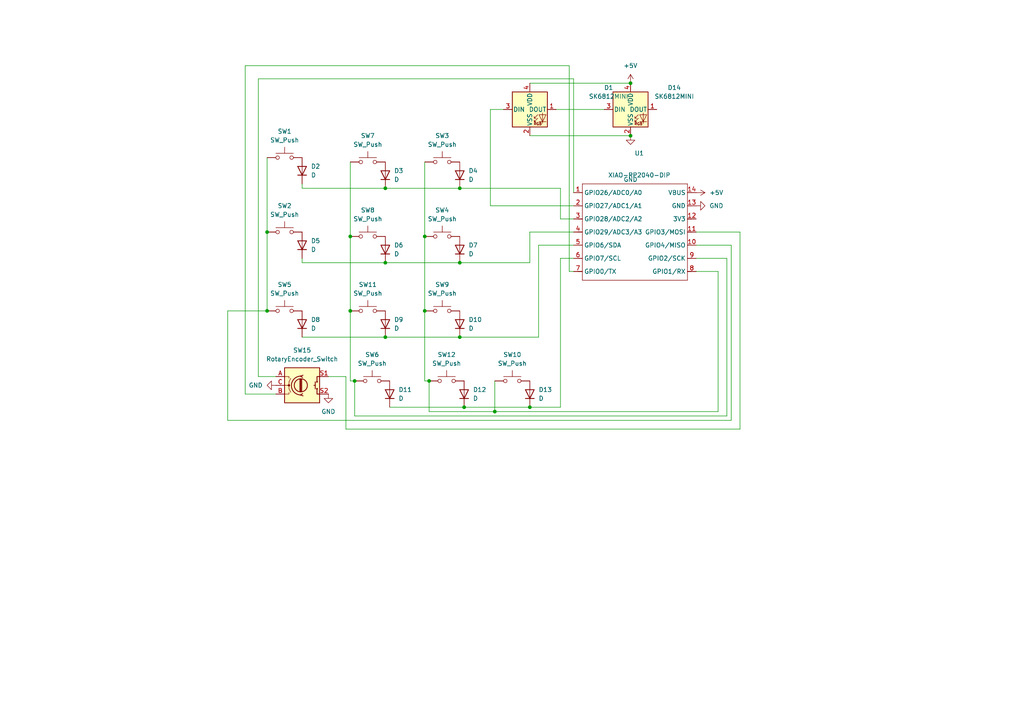
<source format=kicad_sch>
(kicad_sch
	(version 20231120)
	(generator "eeschema")
	(generator_version "8.0")
	(uuid "fd2a8214-c856-41eb-a67a-76db18845581")
	(paper "A4")
	(lib_symbols
		(symbol "Device:D"
			(pin_numbers hide)
			(pin_names
				(offset 1.016) hide)
			(exclude_from_sim no)
			(in_bom yes)
			(on_board yes)
			(property "Reference" "D"
				(at 0 2.54 0)
				(effects
					(font
						(size 1.27 1.27)
					)
				)
			)
			(property "Value" "D"
				(at 0 -2.54 0)
				(effects
					(font
						(size 1.27 1.27)
					)
				)
			)
			(property "Footprint" ""
				(at 0 0 0)
				(effects
					(font
						(size 1.27 1.27)
					)
					(hide yes)
				)
			)
			(property "Datasheet" "~"
				(at 0 0 0)
				(effects
					(font
						(size 1.27 1.27)
					)
					(hide yes)
				)
			)
			(property "Description" "Diode"
				(at 0 0 0)
				(effects
					(font
						(size 1.27 1.27)
					)
					(hide yes)
				)
			)
			(property "Sim.Device" "D"
				(at 0 0 0)
				(effects
					(font
						(size 1.27 1.27)
					)
					(hide yes)
				)
			)
			(property "Sim.Pins" "1=K 2=A"
				(at 0 0 0)
				(effects
					(font
						(size 1.27 1.27)
					)
					(hide yes)
				)
			)
			(property "ki_keywords" "diode"
				(at 0 0 0)
				(effects
					(font
						(size 1.27 1.27)
					)
					(hide yes)
				)
			)
			(property "ki_fp_filters" "TO-???* *_Diode_* *SingleDiode* D_*"
				(at 0 0 0)
				(effects
					(font
						(size 1.27 1.27)
					)
					(hide yes)
				)
			)
			(symbol "D_0_1"
				(polyline
					(pts
						(xy -1.27 1.27) (xy -1.27 -1.27)
					)
					(stroke
						(width 0.254)
						(type default)
					)
					(fill
						(type none)
					)
				)
				(polyline
					(pts
						(xy 1.27 0) (xy -1.27 0)
					)
					(stroke
						(width 0)
						(type default)
					)
					(fill
						(type none)
					)
				)
				(polyline
					(pts
						(xy 1.27 1.27) (xy 1.27 -1.27) (xy -1.27 0) (xy 1.27 1.27)
					)
					(stroke
						(width 0.254)
						(type default)
					)
					(fill
						(type none)
					)
				)
			)
			(symbol "D_1_1"
				(pin passive line
					(at -3.81 0 0)
					(length 2.54)
					(name "K"
						(effects
							(font
								(size 1.27 1.27)
							)
						)
					)
					(number "1"
						(effects
							(font
								(size 1.27 1.27)
							)
						)
					)
				)
				(pin passive line
					(at 3.81 0 180)
					(length 2.54)
					(name "A"
						(effects
							(font
								(size 1.27 1.27)
							)
						)
					)
					(number "2"
						(effects
							(font
								(size 1.27 1.27)
							)
						)
					)
				)
			)
		)
		(symbol "Device:RotaryEncoder_Switch"
			(pin_names
				(offset 0.254) hide)
			(exclude_from_sim no)
			(in_bom yes)
			(on_board yes)
			(property "Reference" "SW"
				(at 0 6.604 0)
				(effects
					(font
						(size 1.27 1.27)
					)
				)
			)
			(property "Value" "RotaryEncoder_Switch"
				(at 0 -6.604 0)
				(effects
					(font
						(size 1.27 1.27)
					)
				)
			)
			(property "Footprint" ""
				(at -3.81 4.064 0)
				(effects
					(font
						(size 1.27 1.27)
					)
					(hide yes)
				)
			)
			(property "Datasheet" "~"
				(at 0 6.604 0)
				(effects
					(font
						(size 1.27 1.27)
					)
					(hide yes)
				)
			)
			(property "Description" "Rotary encoder, dual channel, incremental quadrate outputs, with switch"
				(at 0 0 0)
				(effects
					(font
						(size 1.27 1.27)
					)
					(hide yes)
				)
			)
			(property "ki_keywords" "rotary switch encoder switch push button"
				(at 0 0 0)
				(effects
					(font
						(size 1.27 1.27)
					)
					(hide yes)
				)
			)
			(property "ki_fp_filters" "RotaryEncoder*Switch*"
				(at 0 0 0)
				(effects
					(font
						(size 1.27 1.27)
					)
					(hide yes)
				)
			)
			(symbol "RotaryEncoder_Switch_0_1"
				(rectangle
					(start -5.08 5.08)
					(end 5.08 -5.08)
					(stroke
						(width 0.254)
						(type default)
					)
					(fill
						(type background)
					)
				)
				(circle
					(center -3.81 0)
					(radius 0.254)
					(stroke
						(width 0)
						(type default)
					)
					(fill
						(type outline)
					)
				)
				(circle
					(center -0.381 0)
					(radius 1.905)
					(stroke
						(width 0.254)
						(type default)
					)
					(fill
						(type none)
					)
				)
				(arc
					(start -0.381 2.667)
					(mid -3.0988 -0.0635)
					(end -0.381 -2.794)
					(stroke
						(width 0.254)
						(type default)
					)
					(fill
						(type none)
					)
				)
				(polyline
					(pts
						(xy -0.635 -1.778) (xy -0.635 1.778)
					)
					(stroke
						(width 0.254)
						(type default)
					)
					(fill
						(type none)
					)
				)
				(polyline
					(pts
						(xy -0.381 -1.778) (xy -0.381 1.778)
					)
					(stroke
						(width 0.254)
						(type default)
					)
					(fill
						(type none)
					)
				)
				(polyline
					(pts
						(xy -0.127 1.778) (xy -0.127 -1.778)
					)
					(stroke
						(width 0.254)
						(type default)
					)
					(fill
						(type none)
					)
				)
				(polyline
					(pts
						(xy 3.81 0) (xy 3.429 0)
					)
					(stroke
						(width 0.254)
						(type default)
					)
					(fill
						(type none)
					)
				)
				(polyline
					(pts
						(xy 3.81 1.016) (xy 3.81 -1.016)
					)
					(stroke
						(width 0.254)
						(type default)
					)
					(fill
						(type none)
					)
				)
				(polyline
					(pts
						(xy -5.08 -2.54) (xy -3.81 -2.54) (xy -3.81 -2.032)
					)
					(stroke
						(width 0)
						(type default)
					)
					(fill
						(type none)
					)
				)
				(polyline
					(pts
						(xy -5.08 2.54) (xy -3.81 2.54) (xy -3.81 2.032)
					)
					(stroke
						(width 0)
						(type default)
					)
					(fill
						(type none)
					)
				)
				(polyline
					(pts
						(xy 0.254 -3.048) (xy -0.508 -2.794) (xy 0.127 -2.413)
					)
					(stroke
						(width 0.254)
						(type default)
					)
					(fill
						(type none)
					)
				)
				(polyline
					(pts
						(xy 0.254 2.921) (xy -0.508 2.667) (xy 0.127 2.286)
					)
					(stroke
						(width 0.254)
						(type default)
					)
					(fill
						(type none)
					)
				)
				(polyline
					(pts
						(xy 5.08 -2.54) (xy 4.318 -2.54) (xy 4.318 -1.016)
					)
					(stroke
						(width 0.254)
						(type default)
					)
					(fill
						(type none)
					)
				)
				(polyline
					(pts
						(xy 5.08 2.54) (xy 4.318 2.54) (xy 4.318 1.016)
					)
					(stroke
						(width 0.254)
						(type default)
					)
					(fill
						(type none)
					)
				)
				(polyline
					(pts
						(xy -5.08 0) (xy -3.81 0) (xy -3.81 -1.016) (xy -3.302 -2.032)
					)
					(stroke
						(width 0)
						(type default)
					)
					(fill
						(type none)
					)
				)
				(polyline
					(pts
						(xy -4.318 0) (xy -3.81 0) (xy -3.81 1.016) (xy -3.302 2.032)
					)
					(stroke
						(width 0)
						(type default)
					)
					(fill
						(type none)
					)
				)
				(circle
					(center 4.318 -1.016)
					(radius 0.127)
					(stroke
						(width 0.254)
						(type default)
					)
					(fill
						(type none)
					)
				)
				(circle
					(center 4.318 1.016)
					(radius 0.127)
					(stroke
						(width 0.254)
						(type default)
					)
					(fill
						(type none)
					)
				)
			)
			(symbol "RotaryEncoder_Switch_1_1"
				(pin passive line
					(at -7.62 2.54 0)
					(length 2.54)
					(name "A"
						(effects
							(font
								(size 1.27 1.27)
							)
						)
					)
					(number "A"
						(effects
							(font
								(size 1.27 1.27)
							)
						)
					)
				)
				(pin passive line
					(at -7.62 -2.54 0)
					(length 2.54)
					(name "B"
						(effects
							(font
								(size 1.27 1.27)
							)
						)
					)
					(number "B"
						(effects
							(font
								(size 1.27 1.27)
							)
						)
					)
				)
				(pin passive line
					(at -7.62 0 0)
					(length 2.54)
					(name "C"
						(effects
							(font
								(size 1.27 1.27)
							)
						)
					)
					(number "C"
						(effects
							(font
								(size 1.27 1.27)
							)
						)
					)
				)
				(pin passive line
					(at 7.62 2.54 180)
					(length 2.54)
					(name "S1"
						(effects
							(font
								(size 1.27 1.27)
							)
						)
					)
					(number "S1"
						(effects
							(font
								(size 1.27 1.27)
							)
						)
					)
				)
				(pin passive line
					(at 7.62 -2.54 180)
					(length 2.54)
					(name "S2"
						(effects
							(font
								(size 1.27 1.27)
							)
						)
					)
					(number "S2"
						(effects
							(font
								(size 1.27 1.27)
							)
						)
					)
				)
			)
		)
		(symbol "LED:SK6812MINI"
			(pin_names
				(offset 0.254)
			)
			(exclude_from_sim no)
			(in_bom yes)
			(on_board yes)
			(property "Reference" "D"
				(at 5.08 5.715 0)
				(effects
					(font
						(size 1.27 1.27)
					)
					(justify right bottom)
				)
			)
			(property "Value" "SK6812MINI"
				(at 1.27 -5.715 0)
				(effects
					(font
						(size 1.27 1.27)
					)
					(justify left top)
				)
			)
			(property "Footprint" "LED_SMD:LED_SK6812MINI_PLCC4_3.5x3.5mm_P1.75mm"
				(at 1.27 -7.62 0)
				(effects
					(font
						(size 1.27 1.27)
					)
					(justify left top)
					(hide yes)
				)
			)
			(property "Datasheet" "https://cdn-shop.adafruit.com/product-files/2686/SK6812MINI_REV.01-1-2.pdf"
				(at 2.54 -9.525 0)
				(effects
					(font
						(size 1.27 1.27)
					)
					(justify left top)
					(hide yes)
				)
			)
			(property "Description" "RGB LED with integrated controller"
				(at 0 0 0)
				(effects
					(font
						(size 1.27 1.27)
					)
					(hide yes)
				)
			)
			(property "ki_keywords" "RGB LED NeoPixel Mini addressable"
				(at 0 0 0)
				(effects
					(font
						(size 1.27 1.27)
					)
					(hide yes)
				)
			)
			(property "ki_fp_filters" "LED*SK6812MINI*PLCC*3.5x3.5mm*P1.75mm*"
				(at 0 0 0)
				(effects
					(font
						(size 1.27 1.27)
					)
					(hide yes)
				)
			)
			(symbol "SK6812MINI_0_0"
				(text "RGB"
					(at 2.286 -4.191 0)
					(effects
						(font
							(size 0.762 0.762)
						)
					)
				)
			)
			(symbol "SK6812MINI_0_1"
				(polyline
					(pts
						(xy 1.27 -3.556) (xy 1.778 -3.556)
					)
					(stroke
						(width 0)
						(type default)
					)
					(fill
						(type none)
					)
				)
				(polyline
					(pts
						(xy 1.27 -2.54) (xy 1.778 -2.54)
					)
					(stroke
						(width 0)
						(type default)
					)
					(fill
						(type none)
					)
				)
				(polyline
					(pts
						(xy 4.699 -3.556) (xy 2.667 -3.556)
					)
					(stroke
						(width 0)
						(type default)
					)
					(fill
						(type none)
					)
				)
				(polyline
					(pts
						(xy 2.286 -2.54) (xy 1.27 -3.556) (xy 1.27 -3.048)
					)
					(stroke
						(width 0)
						(type default)
					)
					(fill
						(type none)
					)
				)
				(polyline
					(pts
						(xy 2.286 -1.524) (xy 1.27 -2.54) (xy 1.27 -2.032)
					)
					(stroke
						(width 0)
						(type default)
					)
					(fill
						(type none)
					)
				)
				(polyline
					(pts
						(xy 3.683 -1.016) (xy 3.683 -3.556) (xy 3.683 -4.064)
					)
					(stroke
						(width 0)
						(type default)
					)
					(fill
						(type none)
					)
				)
				(polyline
					(pts
						(xy 4.699 -1.524) (xy 2.667 -1.524) (xy 3.683 -3.556) (xy 4.699 -1.524)
					)
					(stroke
						(width 0)
						(type default)
					)
					(fill
						(type none)
					)
				)
				(rectangle
					(start 5.08 5.08)
					(end -5.08 -5.08)
					(stroke
						(width 0.254)
						(type default)
					)
					(fill
						(type background)
					)
				)
			)
			(symbol "SK6812MINI_1_1"
				(pin output line
					(at 7.62 0 180)
					(length 2.54)
					(name "DOUT"
						(effects
							(font
								(size 1.27 1.27)
							)
						)
					)
					(number "1"
						(effects
							(font
								(size 1.27 1.27)
							)
						)
					)
				)
				(pin power_in line
					(at 0 -7.62 90)
					(length 2.54)
					(name "VSS"
						(effects
							(font
								(size 1.27 1.27)
							)
						)
					)
					(number "2"
						(effects
							(font
								(size 1.27 1.27)
							)
						)
					)
				)
				(pin input line
					(at -7.62 0 0)
					(length 2.54)
					(name "DIN"
						(effects
							(font
								(size 1.27 1.27)
							)
						)
					)
					(number "3"
						(effects
							(font
								(size 1.27 1.27)
							)
						)
					)
				)
				(pin power_in line
					(at 0 7.62 270)
					(length 2.54)
					(name "VDD"
						(effects
							(font
								(size 1.27 1.27)
							)
						)
					)
					(number "4"
						(effects
							(font
								(size 1.27 1.27)
							)
						)
					)
				)
			)
		)
		(symbol "Switch:SW_Push"
			(pin_numbers hide)
			(pin_names
				(offset 1.016) hide)
			(exclude_from_sim no)
			(in_bom yes)
			(on_board yes)
			(property "Reference" "SW"
				(at 1.27 2.54 0)
				(effects
					(font
						(size 1.27 1.27)
					)
					(justify left)
				)
			)
			(property "Value" "SW_Push"
				(at 0 -1.524 0)
				(effects
					(font
						(size 1.27 1.27)
					)
				)
			)
			(property "Footprint" ""
				(at 0 5.08 0)
				(effects
					(font
						(size 1.27 1.27)
					)
					(hide yes)
				)
			)
			(property "Datasheet" "~"
				(at 0 5.08 0)
				(effects
					(font
						(size 1.27 1.27)
					)
					(hide yes)
				)
			)
			(property "Description" "Push button switch, generic, two pins"
				(at 0 0 0)
				(effects
					(font
						(size 1.27 1.27)
					)
					(hide yes)
				)
			)
			(property "ki_keywords" "switch normally-open pushbutton push-button"
				(at 0 0 0)
				(effects
					(font
						(size 1.27 1.27)
					)
					(hide yes)
				)
			)
			(symbol "SW_Push_0_1"
				(circle
					(center -2.032 0)
					(radius 0.508)
					(stroke
						(width 0)
						(type default)
					)
					(fill
						(type none)
					)
				)
				(polyline
					(pts
						(xy 0 1.27) (xy 0 3.048)
					)
					(stroke
						(width 0)
						(type default)
					)
					(fill
						(type none)
					)
				)
				(polyline
					(pts
						(xy 2.54 1.27) (xy -2.54 1.27)
					)
					(stroke
						(width 0)
						(type default)
					)
					(fill
						(type none)
					)
				)
				(circle
					(center 2.032 0)
					(radius 0.508)
					(stroke
						(width 0)
						(type default)
					)
					(fill
						(type none)
					)
				)
				(pin passive line
					(at -5.08 0 0)
					(length 2.54)
					(name "1"
						(effects
							(font
								(size 1.27 1.27)
							)
						)
					)
					(number "1"
						(effects
							(font
								(size 1.27 1.27)
							)
						)
					)
				)
				(pin passive line
					(at 5.08 0 180)
					(length 2.54)
					(name "2"
						(effects
							(font
								(size 1.27 1.27)
							)
						)
					)
					(number "2"
						(effects
							(font
								(size 1.27 1.27)
							)
						)
					)
				)
			)
		)
		(symbol "libturtle:XIAO-RP2040-DIP"
			(exclude_from_sim no)
			(in_bom yes)
			(on_board yes)
			(property "Reference" "U"
				(at 0 0 0)
				(effects
					(font
						(size 1.27 1.27)
					)
				)
			)
			(property "Value" "XIAO-RP2040-DIP"
				(at 5.334 -1.778 0)
				(effects
					(font
						(size 1.27 1.27)
					)
				)
			)
			(property "Footprint" "Module:MOUDLE14P-XIAO-DIP-SMD"
				(at 14.478 -32.258 0)
				(effects
					(font
						(size 1.27 1.27)
					)
					(hide yes)
				)
			)
			(property "Datasheet" ""
				(at 0 0 0)
				(effects
					(font
						(size 1.27 1.27)
					)
					(hide yes)
				)
			)
			(property "Description" ""
				(at 0 0 0)
				(effects
					(font
						(size 1.27 1.27)
					)
					(hide yes)
				)
			)
			(symbol "XIAO-RP2040-DIP_1_0"
				(polyline
					(pts
						(xy -1.27 -30.48) (xy -1.27 -16.51)
					)
					(stroke
						(width 0.1524)
						(type solid)
					)
					(fill
						(type none)
					)
				)
				(polyline
					(pts
						(xy -1.27 -27.94) (xy -2.54 -27.94)
					)
					(stroke
						(width 0.1524)
						(type solid)
					)
					(fill
						(type none)
					)
				)
				(polyline
					(pts
						(xy -1.27 -24.13) (xy -2.54 -24.13)
					)
					(stroke
						(width 0.1524)
						(type solid)
					)
					(fill
						(type none)
					)
				)
				(polyline
					(pts
						(xy -1.27 -20.32) (xy -2.54 -20.32)
					)
					(stroke
						(width 0.1524)
						(type solid)
					)
					(fill
						(type none)
					)
				)
				(polyline
					(pts
						(xy -1.27 -16.51) (xy -2.54 -16.51)
					)
					(stroke
						(width 0.1524)
						(type solid)
					)
					(fill
						(type none)
					)
				)
				(polyline
					(pts
						(xy -1.27 -16.51) (xy -1.27 -12.7)
					)
					(stroke
						(width 0.1524)
						(type solid)
					)
					(fill
						(type none)
					)
				)
				(polyline
					(pts
						(xy -1.27 -12.7) (xy -2.54 -12.7)
					)
					(stroke
						(width 0.1524)
						(type solid)
					)
					(fill
						(type none)
					)
				)
				(polyline
					(pts
						(xy -1.27 -12.7) (xy -1.27 -8.89)
					)
					(stroke
						(width 0.1524)
						(type solid)
					)
					(fill
						(type none)
					)
				)
				(polyline
					(pts
						(xy -1.27 -8.89) (xy -2.54 -8.89)
					)
					(stroke
						(width 0.1524)
						(type solid)
					)
					(fill
						(type none)
					)
				)
				(polyline
					(pts
						(xy -1.27 -8.89) (xy -1.27 -5.08)
					)
					(stroke
						(width 0.1524)
						(type solid)
					)
					(fill
						(type none)
					)
				)
				(polyline
					(pts
						(xy -1.27 -5.08) (xy -2.54 -5.08)
					)
					(stroke
						(width 0.1524)
						(type solid)
					)
					(fill
						(type none)
					)
				)
				(polyline
					(pts
						(xy -1.27 -5.08) (xy -1.27 -2.54)
					)
					(stroke
						(width 0.1524)
						(type solid)
					)
					(fill
						(type none)
					)
				)
				(polyline
					(pts
						(xy -1.27 -2.54) (xy 29.21 -2.54)
					)
					(stroke
						(width 0.1524)
						(type solid)
					)
					(fill
						(type none)
					)
				)
				(polyline
					(pts
						(xy 29.21 -30.48) (xy -1.27 -30.48)
					)
					(stroke
						(width 0.1524)
						(type solid)
					)
					(fill
						(type none)
					)
				)
				(polyline
					(pts
						(xy 29.21 -12.7) (xy 29.21 -30.48)
					)
					(stroke
						(width 0.1524)
						(type solid)
					)
					(fill
						(type none)
					)
				)
				(polyline
					(pts
						(xy 29.21 -8.89) (xy 29.21 -12.7)
					)
					(stroke
						(width 0.1524)
						(type solid)
					)
					(fill
						(type none)
					)
				)
				(polyline
					(pts
						(xy 29.21 -5.08) (xy 29.21 -8.89)
					)
					(stroke
						(width 0.1524)
						(type solid)
					)
					(fill
						(type none)
					)
				)
				(polyline
					(pts
						(xy 29.21 -2.54) (xy 29.21 -5.08)
					)
					(stroke
						(width 0.1524)
						(type solid)
					)
					(fill
						(type none)
					)
				)
				(polyline
					(pts
						(xy 30.48 -27.94) (xy 29.21 -27.94)
					)
					(stroke
						(width 0.1524)
						(type solid)
					)
					(fill
						(type none)
					)
				)
				(polyline
					(pts
						(xy 30.48 -24.13) (xy 29.21 -24.13)
					)
					(stroke
						(width 0.1524)
						(type solid)
					)
					(fill
						(type none)
					)
				)
				(polyline
					(pts
						(xy 30.48 -20.32) (xy 29.21 -20.32)
					)
					(stroke
						(width 0.1524)
						(type solid)
					)
					(fill
						(type none)
					)
				)
				(polyline
					(pts
						(xy 30.48 -16.51) (xy 29.21 -16.51)
					)
					(stroke
						(width 0.1524)
						(type solid)
					)
					(fill
						(type none)
					)
				)
				(polyline
					(pts
						(xy 30.48 -12.7) (xy 29.21 -12.7)
					)
					(stroke
						(width 0.1524)
						(type solid)
					)
					(fill
						(type none)
					)
				)
				(polyline
					(pts
						(xy 30.48 -8.89) (xy 29.21 -8.89)
					)
					(stroke
						(width 0.1524)
						(type solid)
					)
					(fill
						(type none)
					)
				)
				(polyline
					(pts
						(xy 30.48 -5.08) (xy 29.21 -5.08)
					)
					(stroke
						(width 0.1524)
						(type solid)
					)
					(fill
						(type none)
					)
				)
				(pin passive line
					(at -3.81 -5.08 0)
					(length 2.54)
					(name "GPIO26/ADC0/A0"
						(effects
							(font
								(size 1.27 1.27)
							)
						)
					)
					(number "1"
						(effects
							(font
								(size 1.27 1.27)
							)
						)
					)
				)
				(pin passive line
					(at 31.75 -20.32 180)
					(length 2.54)
					(name "GPIO4/MISO"
						(effects
							(font
								(size 1.27 1.27)
							)
						)
					)
					(number "10"
						(effects
							(font
								(size 1.27 1.27)
							)
						)
					)
				)
				(pin passive line
					(at 31.75 -16.51 180)
					(length 2.54)
					(name "GPIO3/MOSI"
						(effects
							(font
								(size 1.27 1.27)
							)
						)
					)
					(number "11"
						(effects
							(font
								(size 1.27 1.27)
							)
						)
					)
				)
				(pin passive line
					(at 31.75 -12.7 180)
					(length 2.54)
					(name "3V3"
						(effects
							(font
								(size 1.27 1.27)
							)
						)
					)
					(number "12"
						(effects
							(font
								(size 1.27 1.27)
							)
						)
					)
				)
				(pin passive line
					(at 31.75 -8.89 180)
					(length 2.54)
					(name "GND"
						(effects
							(font
								(size 1.27 1.27)
							)
						)
					)
					(number "13"
						(effects
							(font
								(size 1.27 1.27)
							)
						)
					)
				)
				(pin passive line
					(at 31.75 -5.08 180)
					(length 2.54)
					(name "VBUS"
						(effects
							(font
								(size 1.27 1.27)
							)
						)
					)
					(number "14"
						(effects
							(font
								(size 1.27 1.27)
							)
						)
					)
				)
				(pin passive line
					(at -3.81 -8.89 0)
					(length 2.54)
					(name "GPIO27/ADC1/A1"
						(effects
							(font
								(size 1.27 1.27)
							)
						)
					)
					(number "2"
						(effects
							(font
								(size 1.27 1.27)
							)
						)
					)
				)
				(pin passive line
					(at -3.81 -12.7 0)
					(length 2.54)
					(name "GPIO28/ADC2/A2"
						(effects
							(font
								(size 1.27 1.27)
							)
						)
					)
					(number "3"
						(effects
							(font
								(size 1.27 1.27)
							)
						)
					)
				)
				(pin passive line
					(at -3.81 -16.51 0)
					(length 2.54)
					(name "GPIO29/ADC3/A3"
						(effects
							(font
								(size 1.27 1.27)
							)
						)
					)
					(number "4"
						(effects
							(font
								(size 1.27 1.27)
							)
						)
					)
				)
				(pin passive line
					(at -3.81 -20.32 0)
					(length 2.54)
					(name "GPIO6/SDA"
						(effects
							(font
								(size 1.27 1.27)
							)
						)
					)
					(number "5"
						(effects
							(font
								(size 1.27 1.27)
							)
						)
					)
				)
				(pin passive line
					(at -3.81 -24.13 0)
					(length 2.54)
					(name "GPIO7/SCL"
						(effects
							(font
								(size 1.27 1.27)
							)
						)
					)
					(number "6"
						(effects
							(font
								(size 1.27 1.27)
							)
						)
					)
				)
				(pin passive line
					(at -3.81 -27.94 0)
					(length 2.54)
					(name "GPIO0/TX"
						(effects
							(font
								(size 1.27 1.27)
							)
						)
					)
					(number "7"
						(effects
							(font
								(size 1.27 1.27)
							)
						)
					)
				)
				(pin passive line
					(at 31.75 -27.94 180)
					(length 2.54)
					(name "GPIO1/RX"
						(effects
							(font
								(size 1.27 1.27)
							)
						)
					)
					(number "8"
						(effects
							(font
								(size 1.27 1.27)
							)
						)
					)
				)
				(pin passive line
					(at 31.75 -24.13 180)
					(length 2.54)
					(name "GPIO2/SCK"
						(effects
							(font
								(size 1.27 1.27)
							)
						)
					)
					(number "9"
						(effects
							(font
								(size 1.27 1.27)
							)
						)
					)
				)
			)
		)
		(symbol "power:+5V"
			(power)
			(pin_numbers hide)
			(pin_names
				(offset 0) hide)
			(exclude_from_sim no)
			(in_bom yes)
			(on_board yes)
			(property "Reference" "#PWR"
				(at 0 -3.81 0)
				(effects
					(font
						(size 1.27 1.27)
					)
					(hide yes)
				)
			)
			(property "Value" "+5V"
				(at 0 3.556 0)
				(effects
					(font
						(size 1.27 1.27)
					)
				)
			)
			(property "Footprint" ""
				(at 0 0 0)
				(effects
					(font
						(size 1.27 1.27)
					)
					(hide yes)
				)
			)
			(property "Datasheet" ""
				(at 0 0 0)
				(effects
					(font
						(size 1.27 1.27)
					)
					(hide yes)
				)
			)
			(property "Description" "Power symbol creates a global label with name \"+5V\""
				(at 0 0 0)
				(effects
					(font
						(size 1.27 1.27)
					)
					(hide yes)
				)
			)
			(property "ki_keywords" "global power"
				(at 0 0 0)
				(effects
					(font
						(size 1.27 1.27)
					)
					(hide yes)
				)
			)
			(symbol "+5V_0_1"
				(polyline
					(pts
						(xy -0.762 1.27) (xy 0 2.54)
					)
					(stroke
						(width 0)
						(type default)
					)
					(fill
						(type none)
					)
				)
				(polyline
					(pts
						(xy 0 0) (xy 0 2.54)
					)
					(stroke
						(width 0)
						(type default)
					)
					(fill
						(type none)
					)
				)
				(polyline
					(pts
						(xy 0 2.54) (xy 0.762 1.27)
					)
					(stroke
						(width 0)
						(type default)
					)
					(fill
						(type none)
					)
				)
			)
			(symbol "+5V_1_1"
				(pin power_in line
					(at 0 0 90)
					(length 0)
					(name "~"
						(effects
							(font
								(size 1.27 1.27)
							)
						)
					)
					(number "1"
						(effects
							(font
								(size 1.27 1.27)
							)
						)
					)
				)
			)
		)
		(symbol "power:GND"
			(power)
			(pin_numbers hide)
			(pin_names
				(offset 0) hide)
			(exclude_from_sim no)
			(in_bom yes)
			(on_board yes)
			(property "Reference" "#PWR"
				(at 0 -6.35 0)
				(effects
					(font
						(size 1.27 1.27)
					)
					(hide yes)
				)
			)
			(property "Value" "GND"
				(at 0 -3.81 0)
				(effects
					(font
						(size 1.27 1.27)
					)
				)
			)
			(property "Footprint" ""
				(at 0 0 0)
				(effects
					(font
						(size 1.27 1.27)
					)
					(hide yes)
				)
			)
			(property "Datasheet" ""
				(at 0 0 0)
				(effects
					(font
						(size 1.27 1.27)
					)
					(hide yes)
				)
			)
			(property "Description" "Power symbol creates a global label with name \"GND\" , ground"
				(at 0 0 0)
				(effects
					(font
						(size 1.27 1.27)
					)
					(hide yes)
				)
			)
			(property "ki_keywords" "global power"
				(at 0 0 0)
				(effects
					(font
						(size 1.27 1.27)
					)
					(hide yes)
				)
			)
			(symbol "GND_0_1"
				(polyline
					(pts
						(xy 0 0) (xy 0 -1.27) (xy 1.27 -1.27) (xy 0 -2.54) (xy -1.27 -1.27) (xy 0 -1.27)
					)
					(stroke
						(width 0)
						(type default)
					)
					(fill
						(type none)
					)
				)
			)
			(symbol "GND_1_1"
				(pin power_in line
					(at 0 0 270)
					(length 0)
					(name "~"
						(effects
							(font
								(size 1.27 1.27)
							)
						)
					)
					(number "1"
						(effects
							(font
								(size 1.27 1.27)
							)
						)
					)
				)
			)
		)
	)
	(junction
		(at 133.35 76.2)
		(diameter 0)
		(color 0 0 0 0)
		(uuid "2e109070-7e9b-42bb-807e-06daddfa7e86")
	)
	(junction
		(at 77.47 90.17)
		(diameter 0)
		(color 0 0 0 0)
		(uuid "359323d9-1e82-41fd-a97c-3cbd8d8807ce")
	)
	(junction
		(at 111.76 54.61)
		(diameter 0)
		(color 0 0 0 0)
		(uuid "3e168896-8239-4789-b70d-3138aaf0ce4f")
	)
	(junction
		(at 182.88 39.37)
		(diameter 0)
		(color 0 0 0 0)
		(uuid "48b8ec2a-96ae-4689-b972-ae87cabe7d97")
	)
	(junction
		(at 133.35 97.79)
		(diameter 0)
		(color 0 0 0 0)
		(uuid "4cc272b9-e9a0-44d8-a9d2-2a75035fc034")
	)
	(junction
		(at 153.67 118.11)
		(diameter 0)
		(color 0 0 0 0)
		(uuid "509b612c-078e-4642-ae53-4de206f1a31a")
	)
	(junction
		(at 134.62 118.11)
		(diameter 0)
		(color 0 0 0 0)
		(uuid "522b8cc2-f14c-4b56-8ca3-0a7b0413aee6")
	)
	(junction
		(at 124.46 110.49)
		(diameter 0)
		(color 0 0 0 0)
		(uuid "571cb11e-1e58-4eec-8550-8acb8fca1001")
	)
	(junction
		(at 111.76 76.2)
		(diameter 0)
		(color 0 0 0 0)
		(uuid "6397fff0-086d-4e0c-9e89-4bfd4c2c5d22")
	)
	(junction
		(at 77.47 67.31)
		(diameter 0)
		(color 0 0 0 0)
		(uuid "64834a37-6f51-4262-88f9-fd22d6d9924d")
	)
	(junction
		(at 102.87 110.49)
		(diameter 0)
		(color 0 0 0 0)
		(uuid "69a79092-9095-42e9-b3bb-50700ffec30f")
	)
	(junction
		(at 133.35 54.61)
		(diameter 0)
		(color 0 0 0 0)
		(uuid "7738ff61-b037-4454-b7b9-15173901ec68")
	)
	(junction
		(at 101.6 68.58)
		(diameter 0)
		(color 0 0 0 0)
		(uuid "9e08997c-66c2-43d7-9b36-fb18064e5851")
	)
	(junction
		(at 123.19 68.58)
		(diameter 0)
		(color 0 0 0 0)
		(uuid "aa0a9d21-69e3-426f-9a83-73eb41492e15")
	)
	(junction
		(at 123.19 90.17)
		(diameter 0)
		(color 0 0 0 0)
		(uuid "c436e3f6-8e91-4366-97d8-b04a6be153a0")
	)
	(junction
		(at 111.76 97.79)
		(diameter 0)
		(color 0 0 0 0)
		(uuid "c8e530ef-7fc4-486e-8db7-685da00b3e98")
	)
	(junction
		(at 143.51 119.38)
		(diameter 0)
		(color 0 0 0 0)
		(uuid "d915f73b-234f-44ba-81b3-28eb7e56752b")
	)
	(junction
		(at 182.88 24.13)
		(diameter 0)
		(color 0 0 0 0)
		(uuid "e8943024-baba-4f95-a841-11a4864b938d")
	)
	(junction
		(at 101.6 90.17)
		(diameter 0)
		(color 0 0 0 0)
		(uuid "ee63dca8-58ec-46af-8a35-0a57712a763b")
	)
	(wire
		(pts
			(xy 208.28 78.74) (xy 201.93 78.74)
		)
		(stroke
			(width 0)
			(type default)
		)
		(uuid "00214219-e496-4784-81de-7124b95303dd")
	)
	(wire
		(pts
			(xy 74.93 22.86) (xy 166.37 22.86)
		)
		(stroke
			(width 0)
			(type default)
		)
		(uuid "046b9d6f-5530-4e33-b046-2f7006142b95")
	)
	(wire
		(pts
			(xy 153.67 24.13) (xy 182.88 24.13)
		)
		(stroke
			(width 0)
			(type default)
		)
		(uuid "04ebe7af-c0d4-41dc-974d-742c07b38b8c")
	)
	(wire
		(pts
			(xy 143.51 119.38) (xy 208.28 119.38)
		)
		(stroke
			(width 0)
			(type default)
		)
		(uuid "099ab3bd-3248-4ffd-9402-7c909788a5b7")
	)
	(wire
		(pts
			(xy 71.12 19.05) (xy 165.1 19.05)
		)
		(stroke
			(width 0)
			(type default)
		)
		(uuid "0a4a202f-fc19-4598-a10a-9461b59fe5cf")
	)
	(wire
		(pts
			(xy 162.56 63.5) (xy 166.37 63.5)
		)
		(stroke
			(width 0)
			(type default)
		)
		(uuid "0b570bb9-5478-4fd5-8d42-fe8f0be2b5a1")
	)
	(wire
		(pts
			(xy 101.6 68.58) (xy 101.6 90.17)
		)
		(stroke
			(width 0)
			(type default)
		)
		(uuid "115d73de-f7eb-4bc6-b8c4-6fc0568abbc5")
	)
	(wire
		(pts
			(xy 156.21 71.12) (xy 166.37 71.12)
		)
		(stroke
			(width 0)
			(type default)
		)
		(uuid "153ff292-0001-417e-914d-22d8ca0d9dad")
	)
	(wire
		(pts
			(xy 162.56 118.11) (xy 162.56 74.93)
		)
		(stroke
			(width 0)
			(type default)
		)
		(uuid "17ee4e2e-2bbf-46ec-99aa-21b60b010794")
	)
	(wire
		(pts
			(xy 214.63 124.46) (xy 214.63 67.31)
		)
		(stroke
			(width 0)
			(type default)
		)
		(uuid "1bbe4674-b873-4702-8d10-3abd801cc036")
	)
	(wire
		(pts
			(xy 102.87 120.65) (xy 210.82 120.65)
		)
		(stroke
			(width 0)
			(type default)
		)
		(uuid "1c17e630-41cd-4d8c-aa74-ed4d248478ce")
	)
	(wire
		(pts
			(xy 87.63 76.2) (xy 111.76 76.2)
		)
		(stroke
			(width 0)
			(type default)
		)
		(uuid "1fba09b5-926d-4ed9-b15f-a770d197a0a8")
	)
	(wire
		(pts
			(xy 77.47 45.72) (xy 77.47 67.31)
		)
		(stroke
			(width 0)
			(type default)
		)
		(uuid "2580dbd3-5150-40f5-b982-d2a4a4c4d7d8")
	)
	(wire
		(pts
			(xy 153.67 76.2) (xy 153.67 67.31)
		)
		(stroke
			(width 0)
			(type default)
		)
		(uuid "267b2505-c390-4bc6-bbff-aea437509d2a")
	)
	(wire
		(pts
			(xy 123.19 110.49) (xy 124.46 110.49)
		)
		(stroke
			(width 0)
			(type default)
		)
		(uuid "2b7a33f4-ef81-4e38-a0ad-7eb8e8c42576")
	)
	(wire
		(pts
			(xy 95.25 109.22) (xy 100.33 109.22)
		)
		(stroke
			(width 0)
			(type default)
		)
		(uuid "33a32783-9931-4d29-8f65-c534ab012d21")
	)
	(wire
		(pts
			(xy 208.28 119.38) (xy 208.28 78.74)
		)
		(stroke
			(width 0)
			(type default)
		)
		(uuid "37d678c7-5417-43ca-8a60-ddd55d29490e")
	)
	(wire
		(pts
			(xy 210.82 120.65) (xy 210.82 74.93)
		)
		(stroke
			(width 0)
			(type default)
		)
		(uuid "3aa061a6-803e-49f6-b838-99a0ef8dfc29")
	)
	(wire
		(pts
			(xy 212.09 121.92) (xy 212.09 71.12)
		)
		(stroke
			(width 0)
			(type default)
		)
		(uuid "407d4fa5-1c86-459f-b409-138820b2c31f")
	)
	(wire
		(pts
			(xy 165.1 78.74) (xy 166.37 78.74)
		)
		(stroke
			(width 0)
			(type default)
		)
		(uuid "418b070b-8426-4c81-b183-f7fbbaa256be")
	)
	(wire
		(pts
			(xy 87.63 54.61) (xy 111.76 54.61)
		)
		(stroke
			(width 0)
			(type default)
		)
		(uuid "461afbec-dd53-463e-8741-f8ba616498b3")
	)
	(wire
		(pts
			(xy 113.03 118.11) (xy 134.62 118.11)
		)
		(stroke
			(width 0)
			(type default)
		)
		(uuid "467cdee6-783a-4009-8747-5d898bc10f53")
	)
	(wire
		(pts
			(xy 210.82 74.93) (xy 201.93 74.93)
		)
		(stroke
			(width 0)
			(type default)
		)
		(uuid "50618acd-d5c3-4227-bc62-c81e724eff66")
	)
	(wire
		(pts
			(xy 111.76 54.61) (xy 133.35 54.61)
		)
		(stroke
			(width 0)
			(type default)
		)
		(uuid "5a86d669-0f24-41ab-ad74-2d60cf5b093d")
	)
	(wire
		(pts
			(xy 111.76 97.79) (xy 133.35 97.79)
		)
		(stroke
			(width 0)
			(type default)
		)
		(uuid "5d7fa080-4714-4c59-838b-6c211ff6125f")
	)
	(wire
		(pts
			(xy 133.35 54.61) (xy 162.56 54.61)
		)
		(stroke
			(width 0)
			(type default)
		)
		(uuid "60102fe0-9420-4982-9ecd-9ce488181e60")
	)
	(wire
		(pts
			(xy 162.56 54.61) (xy 162.56 63.5)
		)
		(stroke
			(width 0)
			(type default)
		)
		(uuid "641fcce8-038a-4b3b-b440-e92ea9aa07fe")
	)
	(wire
		(pts
			(xy 102.87 110.49) (xy 102.87 120.65)
		)
		(stroke
			(width 0)
			(type default)
		)
		(uuid "65f6714a-6b47-4451-8b91-431331be3b50")
	)
	(wire
		(pts
			(xy 80.01 114.3) (xy 71.12 114.3)
		)
		(stroke
			(width 0)
			(type default)
		)
		(uuid "68027382-895d-415f-ba2d-87773c527e40")
	)
	(wire
		(pts
			(xy 80.01 109.22) (xy 74.93 109.22)
		)
		(stroke
			(width 0)
			(type default)
		)
		(uuid "6f3c83d8-06e7-40d1-8e0a-6a5190a294b7")
	)
	(wire
		(pts
			(xy 101.6 46.99) (xy 101.6 68.58)
		)
		(stroke
			(width 0)
			(type default)
		)
		(uuid "7d7691b8-0a45-40ad-894e-26c8ce7ea423")
	)
	(wire
		(pts
			(xy 123.19 46.99) (xy 123.19 68.58)
		)
		(stroke
			(width 0)
			(type default)
		)
		(uuid "7f6ed906-b4b2-49f9-b414-b66a0d295940")
	)
	(wire
		(pts
			(xy 133.35 97.79) (xy 156.21 97.79)
		)
		(stroke
			(width 0)
			(type default)
		)
		(uuid "83522dd4-2f06-4a45-93f0-253f525a51c7")
	)
	(wire
		(pts
			(xy 77.47 67.31) (xy 77.47 90.17)
		)
		(stroke
			(width 0)
			(type default)
		)
		(uuid "8c921574-475b-48bc-8719-1a2f87e3edba")
	)
	(wire
		(pts
			(xy 161.29 31.75) (xy 175.26 31.75)
		)
		(stroke
			(width 0)
			(type default)
		)
		(uuid "8cab2627-c829-4e48-ad9d-0ef15997aee9")
	)
	(wire
		(pts
			(xy 124.46 110.49) (xy 124.46 119.38)
		)
		(stroke
			(width 0)
			(type default)
		)
		(uuid "8f0decf4-d3a1-4b8c-8643-83674c2600be")
	)
	(wire
		(pts
			(xy 162.56 74.93) (xy 166.37 74.93)
		)
		(stroke
			(width 0)
			(type default)
		)
		(uuid "94265407-a507-46e6-9f16-1e63f7b12d15")
	)
	(wire
		(pts
			(xy 133.35 76.2) (xy 153.67 76.2)
		)
		(stroke
			(width 0)
			(type default)
		)
		(uuid "97d55aad-c3cd-42c4-8799-c9f5cec4cbbb")
	)
	(wire
		(pts
			(xy 77.47 90.17) (xy 66.04 90.17)
		)
		(stroke
			(width 0)
			(type default)
		)
		(uuid "9ba71bf0-c823-4eda-abc9-1e07bac1c53d")
	)
	(wire
		(pts
			(xy 74.93 109.22) (xy 74.93 22.86)
		)
		(stroke
			(width 0)
			(type default)
		)
		(uuid "9d8b9899-6cb6-49cd-958d-d291a0d58ce9")
	)
	(wire
		(pts
			(xy 124.46 119.38) (xy 143.51 119.38)
		)
		(stroke
			(width 0)
			(type default)
		)
		(uuid "a6f65726-5392-4d31-8919-61b48a648fbf")
	)
	(wire
		(pts
			(xy 87.63 53.34) (xy 87.63 54.61)
		)
		(stroke
			(width 0)
			(type default)
		)
		(uuid "aaeedd2d-1663-4dcf-b510-f3b88ef5f5bb")
	)
	(wire
		(pts
			(xy 153.67 39.37) (xy 182.88 39.37)
		)
		(stroke
			(width 0)
			(type default)
		)
		(uuid "aca3bee4-2e1f-419a-9930-afb206f97aa9")
	)
	(wire
		(pts
			(xy 142.24 31.75) (xy 142.24 59.69)
		)
		(stroke
			(width 0)
			(type default)
		)
		(uuid "b5705327-a44c-4848-a9a3-37b3500df4cf")
	)
	(wire
		(pts
			(xy 101.6 110.49) (xy 102.87 110.49)
		)
		(stroke
			(width 0)
			(type default)
		)
		(uuid "bc0d4bfb-85d7-41ea-8e21-db4a0aa73502")
	)
	(wire
		(pts
			(xy 146.05 31.75) (xy 142.24 31.75)
		)
		(stroke
			(width 0)
			(type default)
		)
		(uuid "c19be71a-3fcd-4c81-baba-8c08e3e84c55")
	)
	(wire
		(pts
			(xy 111.76 76.2) (xy 133.35 76.2)
		)
		(stroke
			(width 0)
			(type default)
		)
		(uuid "c27303f1-28cf-4621-8462-53aad40e9248")
	)
	(wire
		(pts
			(xy 165.1 19.05) (xy 165.1 78.74)
		)
		(stroke
			(width 0)
			(type default)
		)
		(uuid "c285c49f-f75e-4e6b-840f-8f3755b56867")
	)
	(wire
		(pts
			(xy 214.63 67.31) (xy 201.93 67.31)
		)
		(stroke
			(width 0)
			(type default)
		)
		(uuid "c64c379f-cec3-493c-b2a4-f14ae94f42b4")
	)
	(wire
		(pts
			(xy 66.04 90.17) (xy 66.04 121.92)
		)
		(stroke
			(width 0)
			(type default)
		)
		(uuid "c66e97a1-e1f7-4e6f-af26-f96a46e64266")
	)
	(wire
		(pts
			(xy 166.37 22.86) (xy 166.37 55.88)
		)
		(stroke
			(width 0)
			(type default)
		)
		(uuid "c9d9b473-070c-494e-97c5-9b326a2465a3")
	)
	(wire
		(pts
			(xy 66.04 121.92) (xy 212.09 121.92)
		)
		(stroke
			(width 0)
			(type default)
		)
		(uuid "cab65df4-1efa-4682-a08c-34a30eae36d8")
	)
	(wire
		(pts
			(xy 153.67 118.11) (xy 162.56 118.11)
		)
		(stroke
			(width 0)
			(type default)
		)
		(uuid "cf2dd112-5c34-4d12-a175-babc111b689f")
	)
	(wire
		(pts
			(xy 134.62 118.11) (xy 153.67 118.11)
		)
		(stroke
			(width 0)
			(type default)
		)
		(uuid "d11982ba-38bb-4596-b57b-4f5b692c82fa")
	)
	(wire
		(pts
			(xy 156.21 97.79) (xy 156.21 71.12)
		)
		(stroke
			(width 0)
			(type default)
		)
		(uuid "d3d878df-cba9-47d5-8f69-31b439353695")
	)
	(wire
		(pts
			(xy 123.19 90.17) (xy 123.19 110.49)
		)
		(stroke
			(width 0)
			(type default)
		)
		(uuid "d7f96899-7179-4543-972e-f911ff567e1a")
	)
	(wire
		(pts
			(xy 87.63 97.79) (xy 111.76 97.79)
		)
		(stroke
			(width 0)
			(type default)
		)
		(uuid "da375ef0-389c-4319-8368-c6f9b05b60f3")
	)
	(wire
		(pts
			(xy 142.24 59.69) (xy 166.37 59.69)
		)
		(stroke
			(width 0)
			(type default)
		)
		(uuid "db6dbf64-df08-46a4-be43-d36a2870cb5f")
	)
	(wire
		(pts
			(xy 153.67 67.31) (xy 166.37 67.31)
		)
		(stroke
			(width 0)
			(type default)
		)
		(uuid "dc3539ce-62ad-4180-bb71-97c92171405f")
	)
	(wire
		(pts
			(xy 100.33 124.46) (xy 214.63 124.46)
		)
		(stroke
			(width 0)
			(type default)
		)
		(uuid "dda269e3-3560-4419-933a-b4933bfbdd61")
	)
	(wire
		(pts
			(xy 100.33 109.22) (xy 100.33 124.46)
		)
		(stroke
			(width 0)
			(type default)
		)
		(uuid "e0b1c099-2c52-417c-b4bd-091abe452591")
	)
	(wire
		(pts
			(xy 143.51 110.49) (xy 143.51 119.38)
		)
		(stroke
			(width 0)
			(type default)
		)
		(uuid "ea90cad6-b175-43f1-abbc-ce92d87585d6")
	)
	(wire
		(pts
			(xy 212.09 71.12) (xy 201.93 71.12)
		)
		(stroke
			(width 0)
			(type default)
		)
		(uuid "edc596a4-ca0a-408a-acd9-66e7f01212d4")
	)
	(wire
		(pts
			(xy 101.6 90.17) (xy 101.6 110.49)
		)
		(stroke
			(width 0)
			(type default)
		)
		(uuid "f02e1228-42ad-4fe4-89bd-a2403ca17877")
	)
	(wire
		(pts
			(xy 123.19 68.58) (xy 123.19 90.17)
		)
		(stroke
			(width 0)
			(type default)
		)
		(uuid "f1bfea27-7710-4032-a3f1-15dab2309486")
	)
	(wire
		(pts
			(xy 71.12 114.3) (xy 71.12 19.05)
		)
		(stroke
			(width 0)
			(type default)
		)
		(uuid "fbe6c24b-e78f-46d0-bf00-88f017b950bf")
	)
	(wire
		(pts
			(xy 87.63 74.93) (xy 87.63 76.2)
		)
		(stroke
			(width 0)
			(type default)
		)
		(uuid "fd8c9416-97f3-4506-ad3e-5a8a539833aa")
	)
	(symbol
		(lib_id "Device:D")
		(at 87.63 49.53 90)
		(unit 1)
		(exclude_from_sim no)
		(in_bom yes)
		(on_board yes)
		(dnp no)
		(fields_autoplaced yes)
		(uuid "05c049e5-fd4f-4b0e-814d-58737d49fc5d")
		(property "Reference" "D2"
			(at 90.17 48.2599 90)
			(effects
				(font
					(size 1.27 1.27)
				)
				(justify right)
			)
		)
		(property "Value" "D"
			(at 90.17 50.7999 90)
			(effects
				(font
					(size 1.27 1.27)
				)
				(justify right)
			)
		)
		(property "Footprint" "Diode_THT:D_DO-35_SOD27_P7.62mm_Horizontal"
			(at 87.63 49.53 0)
			(effects
				(font
					(size 1.27 1.27)
				)
				(hide yes)
			)
		)
		(property "Datasheet" "~"
			(at 87.63 49.53 0)
			(effects
				(font
					(size 1.27 1.27)
				)
				(hide yes)
			)
		)
		(property "Description" "Diode"
			(at 87.63 49.53 0)
			(effects
				(font
					(size 1.27 1.27)
				)
				(hide yes)
			)
		)
		(property "Sim.Device" "D"
			(at 87.63 49.53 0)
			(effects
				(font
					(size 1.27 1.27)
				)
				(hide yes)
			)
		)
		(property "Sim.Pins" "1=K 2=A"
			(at 87.63 49.53 0)
			(effects
				(font
					(size 1.27 1.27)
				)
				(hide yes)
			)
		)
		(pin "2"
			(uuid "c8cf9b13-cd5e-4704-b4ac-0eae09568461")
		)
		(pin "1"
			(uuid "04bd2fd7-1269-4b58-a9f4-2eaded1e4464")
		)
		(instances
			(project ""
				(path "/fd2a8214-c856-41eb-a67a-76db18845581"
					(reference "D2")
					(unit 1)
				)
			)
		)
	)
	(symbol
		(lib_id "libturtle:XIAO-RP2040-DIP")
		(at 170.18 50.8 0)
		(unit 1)
		(exclude_from_sim no)
		(in_bom yes)
		(on_board yes)
		(dnp no)
		(uuid "1041f76e-68db-4f28-87af-11d95cb405e9")
		(property "Reference" "U1"
			(at 185.42 44.45 0)
			(effects
				(font
					(size 1.27 1.27)
				)
			)
		)
		(property "Value" "XIAO-RP2040-DIP"
			(at 185.42 50.8 0)
			(effects
				(font
					(size 1.27 1.27)
				)
			)
		)
		(property "Footprint" "tlibfootprint:XIAO-RP2040-DIP"
			(at 184.658 83.058 0)
			(effects
				(font
					(size 1.27 1.27)
				)
				(hide yes)
			)
		)
		(property "Datasheet" ""
			(at 170.18 50.8 0)
			(effects
				(font
					(size 1.27 1.27)
				)
				(hide yes)
			)
		)
		(property "Description" ""
			(at 170.18 50.8 0)
			(effects
				(font
					(size 1.27 1.27)
				)
				(hide yes)
			)
		)
		(pin "6"
			(uuid "f537d2e2-71cd-4e08-a547-e083b24c7a5e")
		)
		(pin "5"
			(uuid "a4953b9d-d7a0-4785-9fa6-e3009eb71801")
		)
		(pin "12"
			(uuid "e921ad5f-8ab0-4e02-b150-863f91229164")
		)
		(pin "7"
			(uuid "9a72a189-b2f0-4ad7-8a08-ee80c40a3b81")
		)
		(pin "9"
			(uuid "07909faa-4c01-4a6b-b538-745b6ec06ee1")
		)
		(pin "8"
			(uuid "0b56f927-6c77-46a4-aca5-bb70f4a8586c")
		)
		(pin "14"
			(uuid "08bc73ab-bcff-46d6-9cc1-4806560c36bd")
		)
		(pin "2"
			(uuid "2d4a99f7-109c-4a1d-a6b1-aab3034ae56c")
		)
		(pin "3"
			(uuid "99669546-a976-4d25-862e-dc5e07b10246")
		)
		(pin "4"
			(uuid "ea7affe2-a315-43d0-9aea-faad77a5f27b")
		)
		(pin "11"
			(uuid "a33f6f30-ac1d-4c13-94b8-0da148534131")
		)
		(pin "13"
			(uuid "251992f0-3158-49df-b533-29c0b07fda7d")
		)
		(pin "1"
			(uuid "f85e9f42-ba87-4619-a678-29cd92375014")
		)
		(pin "10"
			(uuid "105b727a-886c-4571-959e-4b0e07553690")
		)
		(instances
			(project ""
				(path "/fd2a8214-c856-41eb-a67a-76db18845581"
					(reference "U1")
					(unit 1)
				)
			)
		)
	)
	(symbol
		(lib_id "Device:RotaryEncoder_Switch")
		(at 87.63 111.76 0)
		(unit 1)
		(exclude_from_sim no)
		(in_bom yes)
		(on_board yes)
		(dnp no)
		(fields_autoplaced yes)
		(uuid "205f6811-3a19-47c0-b89c-e688c1a8e8b1")
		(property "Reference" "SW15"
			(at 87.63 101.6 0)
			(effects
				(font
					(size 1.27 1.27)
				)
			)
		)
		(property "Value" "RotaryEncoder_Switch"
			(at 87.63 104.14 0)
			(effects
				(font
					(size 1.27 1.27)
				)
			)
		)
		(property "Footprint" "Rotary_Encoder:RotaryEncoder_Alps_EC11E-Switch_Vertical_H20mm_CircularMountingHoles"
			(at 83.82 107.696 0)
			(effects
				(font
					(size 1.27 1.27)
				)
				(hide yes)
			)
		)
		(property "Datasheet" "~"
			(at 87.63 105.156 0)
			(effects
				(font
					(size 1.27 1.27)
				)
				(hide yes)
			)
		)
		(property "Description" "Rotary encoder, dual channel, incremental quadrate outputs, with switch"
			(at 87.63 111.76 0)
			(effects
				(font
					(size 1.27 1.27)
				)
				(hide yes)
			)
		)
		(pin "S2"
			(uuid "cbc309e2-b87f-4269-bd9f-6e060582e2ab")
		)
		(pin "C"
			(uuid "693a9ad4-a532-4b1b-9d01-35a041f550c2")
		)
		(pin "B"
			(uuid "2f641e65-8b49-43e2-ada9-5653de5d0384")
		)
		(pin "A"
			(uuid "c29502b5-d376-40fd-af59-6d2bf571aa05")
		)
		(pin "S1"
			(uuid "83a8aa49-062b-4614-8d36-026a23a32844")
		)
		(instances
			(project ""
				(path "/fd2a8214-c856-41eb-a67a-76db18845581"
					(reference "SW15")
					(unit 1)
				)
			)
		)
	)
	(symbol
		(lib_id "Device:D")
		(at 133.35 50.8 90)
		(unit 1)
		(exclude_from_sim no)
		(in_bom yes)
		(on_board yes)
		(dnp no)
		(fields_autoplaced yes)
		(uuid "23333fa1-7c74-4427-bb70-278c11ab15f1")
		(property "Reference" "D4"
			(at 135.89 49.5299 90)
			(effects
				(font
					(size 1.27 1.27)
				)
				(justify right)
			)
		)
		(property "Value" "D"
			(at 135.89 52.0699 90)
			(effects
				(font
					(size 1.27 1.27)
				)
				(justify right)
			)
		)
		(property "Footprint" "Diode_THT:D_DO-35_SOD27_P7.62mm_Horizontal"
			(at 133.35 50.8 0)
			(effects
				(font
					(size 1.27 1.27)
				)
				(hide yes)
			)
		)
		(property "Datasheet" "~"
			(at 133.35 50.8 0)
			(effects
				(font
					(size 1.27 1.27)
				)
				(hide yes)
			)
		)
		(property "Description" "Diode"
			(at 133.35 50.8 0)
			(effects
				(font
					(size 1.27 1.27)
				)
				(hide yes)
			)
		)
		(property "Sim.Device" "D"
			(at 133.35 50.8 0)
			(effects
				(font
					(size 1.27 1.27)
				)
				(hide yes)
			)
		)
		(property "Sim.Pins" "1=K 2=A"
			(at 133.35 50.8 0)
			(effects
				(font
					(size 1.27 1.27)
				)
				(hide yes)
			)
		)
		(pin "1"
			(uuid "947282a8-4ab0-4dd3-a098-775e5d3dbbfa")
		)
		(pin "2"
			(uuid "afeea74c-35f4-4393-8966-ad347195c168")
		)
		(instances
			(project "Turtlepad"
				(path "/fd2a8214-c856-41eb-a67a-76db18845581"
					(reference "D4")
					(unit 1)
				)
			)
		)
	)
	(symbol
		(lib_id "Device:D")
		(at 111.76 72.39 90)
		(unit 1)
		(exclude_from_sim no)
		(in_bom yes)
		(on_board yes)
		(dnp no)
		(fields_autoplaced yes)
		(uuid "25c7911b-3e7a-4961-bc81-2a296ca9ed43")
		(property "Reference" "D6"
			(at 114.3 71.1199 90)
			(effects
				(font
					(size 1.27 1.27)
				)
				(justify right)
			)
		)
		(property "Value" "D"
			(at 114.3 73.6599 90)
			(effects
				(font
					(size 1.27 1.27)
				)
				(justify right)
			)
		)
		(property "Footprint" "Diode_THT:D_DO-35_SOD27_P7.62mm_Horizontal"
			(at 111.76 72.39 0)
			(effects
				(font
					(size 1.27 1.27)
				)
				(hide yes)
			)
		)
		(property "Datasheet" "~"
			(at 111.76 72.39 0)
			(effects
				(font
					(size 1.27 1.27)
				)
				(hide yes)
			)
		)
		(property "Description" "Diode"
			(at 111.76 72.39 0)
			(effects
				(font
					(size 1.27 1.27)
				)
				(hide yes)
			)
		)
		(property "Sim.Device" "D"
			(at 111.76 72.39 0)
			(effects
				(font
					(size 1.27 1.27)
				)
				(hide yes)
			)
		)
		(property "Sim.Pins" "1=K 2=A"
			(at 111.76 72.39 0)
			(effects
				(font
					(size 1.27 1.27)
				)
				(hide yes)
			)
		)
		(pin "1"
			(uuid "2d468e09-ecdb-48d5-b78a-009e611727b0")
		)
		(pin "2"
			(uuid "692f0421-2949-4aec-9d10-17457384b1c9")
		)
		(instances
			(project "Turtlepad"
				(path "/fd2a8214-c856-41eb-a67a-76db18845581"
					(reference "D6")
					(unit 1)
				)
			)
		)
	)
	(symbol
		(lib_id "Switch:SW_Push")
		(at 82.55 90.17 0)
		(unit 1)
		(exclude_from_sim no)
		(in_bom yes)
		(on_board yes)
		(dnp no)
		(fields_autoplaced yes)
		(uuid "2cd09c67-063b-4aea-8c8d-ddc26d91e226")
		(property "Reference" "SW5"
			(at 82.55 82.55 0)
			(effects
				(font
					(size 1.27 1.27)
				)
			)
		)
		(property "Value" "SW_Push"
			(at 82.55 85.09 0)
			(effects
				(font
					(size 1.27 1.27)
				)
			)
		)
		(property "Footprint" "Button_Switch_Keyboard:SW_Cherry_MX_1.00u_PCB"
			(at 82.55 85.09 0)
			(effects
				(font
					(size 1.27 1.27)
				)
				(hide yes)
			)
		)
		(property "Datasheet" "~"
			(at 82.55 85.09 0)
			(effects
				(font
					(size 1.27 1.27)
				)
				(hide yes)
			)
		)
		(property "Description" "Push button switch, generic, two pins"
			(at 82.55 90.17 0)
			(effects
				(font
					(size 1.27 1.27)
				)
				(hide yes)
			)
		)
		(pin "1"
			(uuid "789378e4-cd09-48af-8da4-11311c6a84fc")
		)
		(pin "2"
			(uuid "4c70af29-42a6-42c9-844c-c74c280a7142")
		)
		(instances
			(project "Turtlepad"
				(path "/fd2a8214-c856-41eb-a67a-76db18845581"
					(reference "SW5")
					(unit 1)
				)
			)
		)
	)
	(symbol
		(lib_id "power:+5V")
		(at 201.93 55.88 270)
		(unit 1)
		(exclude_from_sim no)
		(in_bom yes)
		(on_board yes)
		(dnp no)
		(fields_autoplaced yes)
		(uuid "355d000e-29e4-40b9-9c42-501cd2d1c325")
		(property "Reference" "#PWR03"
			(at 198.12 55.88 0)
			(effects
				(font
					(size 1.27 1.27)
				)
				(hide yes)
			)
		)
		(property "Value" "+5V"
			(at 205.74 55.8799 90)
			(effects
				(font
					(size 1.27 1.27)
				)
				(justify left)
			)
		)
		(property "Footprint" ""
			(at 201.93 55.88 0)
			(effects
				(font
					(size 1.27 1.27)
				)
				(hide yes)
			)
		)
		(property "Datasheet" ""
			(at 201.93 55.88 0)
			(effects
				(font
					(size 1.27 1.27)
				)
				(hide yes)
			)
		)
		(property "Description" "Power symbol creates a global label with name \"+5V\""
			(at 201.93 55.88 0)
			(effects
				(font
					(size 1.27 1.27)
				)
				(hide yes)
			)
		)
		(pin "1"
			(uuid "2454df2d-1b22-4889-bfb1-560bcea297c3")
		)
		(instances
			(project ""
				(path "/fd2a8214-c856-41eb-a67a-76db18845581"
					(reference "#PWR03")
					(unit 1)
				)
			)
		)
	)
	(symbol
		(lib_id "Switch:SW_Push")
		(at 106.68 46.99 0)
		(unit 1)
		(exclude_from_sim no)
		(in_bom yes)
		(on_board yes)
		(dnp no)
		(fields_autoplaced yes)
		(uuid "4e06cb77-9c45-4655-949d-cddc469df3df")
		(property "Reference" "SW7"
			(at 106.68 39.37 0)
			(effects
				(font
					(size 1.27 1.27)
				)
			)
		)
		(property "Value" "SW_Push"
			(at 106.68 41.91 0)
			(effects
				(font
					(size 1.27 1.27)
				)
			)
		)
		(property "Footprint" "Button_Switch_Keyboard:SW_Cherry_MX_1.00u_PCB"
			(at 106.68 41.91 0)
			(effects
				(font
					(size 1.27 1.27)
				)
				(hide yes)
			)
		)
		(property "Datasheet" "~"
			(at 106.68 41.91 0)
			(effects
				(font
					(size 1.27 1.27)
				)
				(hide yes)
			)
		)
		(property "Description" "Push button switch, generic, two pins"
			(at 106.68 46.99 0)
			(effects
				(font
					(size 1.27 1.27)
				)
				(hide yes)
			)
		)
		(pin "1"
			(uuid "549fc89a-b0b2-4223-82da-931283cd6b7d")
		)
		(pin "2"
			(uuid "f191bdb5-63d5-4424-9e41-11506189b67a")
		)
		(instances
			(project "Turtlepad"
				(path "/fd2a8214-c856-41eb-a67a-76db18845581"
					(reference "SW7")
					(unit 1)
				)
			)
		)
	)
	(symbol
		(lib_id "Switch:SW_Push")
		(at 148.59 110.49 0)
		(unit 1)
		(exclude_from_sim no)
		(in_bom yes)
		(on_board yes)
		(dnp no)
		(fields_autoplaced yes)
		(uuid "512954da-82e1-43bf-b11a-caa1d496fcd5")
		(property "Reference" "SW10"
			(at 148.59 102.87 0)
			(effects
				(font
					(size 1.27 1.27)
				)
			)
		)
		(property "Value" "SW_Push"
			(at 148.59 105.41 0)
			(effects
				(font
					(size 1.27 1.27)
				)
			)
		)
		(property "Footprint" "Button_Switch_Keyboard:SW_Cherry_MX_1.00u_PCB"
			(at 148.59 105.41 0)
			(effects
				(font
					(size 1.27 1.27)
				)
				(hide yes)
			)
		)
		(property "Datasheet" "~"
			(at 148.59 105.41 0)
			(effects
				(font
					(size 1.27 1.27)
				)
				(hide yes)
			)
		)
		(property "Description" "Push button switch, generic, two pins"
			(at 148.59 110.49 0)
			(effects
				(font
					(size 1.27 1.27)
				)
				(hide yes)
			)
		)
		(pin "2"
			(uuid "fd5dbfd2-34a9-4d20-a229-833aa0dbba14")
		)
		(pin "1"
			(uuid "c21fca22-3fa0-497b-b778-d1462278923e")
		)
		(instances
			(project "Turtlepad"
				(path "/fd2a8214-c856-41eb-a67a-76db18845581"
					(reference "SW10")
					(unit 1)
				)
			)
		)
	)
	(symbol
		(lib_id "Device:D")
		(at 87.63 93.98 90)
		(unit 1)
		(exclude_from_sim no)
		(in_bom yes)
		(on_board yes)
		(dnp no)
		(fields_autoplaced yes)
		(uuid "5ee692d8-1f5f-4eb9-aafd-208f672b5b15")
		(property "Reference" "D8"
			(at 90.17 92.7099 90)
			(effects
				(font
					(size 1.27 1.27)
				)
				(justify right)
			)
		)
		(property "Value" "D"
			(at 90.17 95.2499 90)
			(effects
				(font
					(size 1.27 1.27)
				)
				(justify right)
			)
		)
		(property "Footprint" "Diode_THT:D_DO-35_SOD27_P7.62mm_Horizontal"
			(at 87.63 93.98 0)
			(effects
				(font
					(size 1.27 1.27)
				)
				(hide yes)
			)
		)
		(property "Datasheet" "~"
			(at 87.63 93.98 0)
			(effects
				(font
					(size 1.27 1.27)
				)
				(hide yes)
			)
		)
		(property "Description" "Diode"
			(at 87.63 93.98 0)
			(effects
				(font
					(size 1.27 1.27)
				)
				(hide yes)
			)
		)
		(property "Sim.Device" "D"
			(at 87.63 93.98 0)
			(effects
				(font
					(size 1.27 1.27)
				)
				(hide yes)
			)
		)
		(property "Sim.Pins" "1=K 2=A"
			(at 87.63 93.98 0)
			(effects
				(font
					(size 1.27 1.27)
				)
				(hide yes)
			)
		)
		(pin "1"
			(uuid "7c9d5dd0-b4e1-49ba-9b60-9a98177944ef")
		)
		(pin "2"
			(uuid "90143dc3-821d-4e69-b160-7d0df11e42b4")
		)
		(instances
			(project "Turtlepad"
				(path "/fd2a8214-c856-41eb-a67a-76db18845581"
					(reference "D8")
					(unit 1)
				)
			)
		)
	)
	(symbol
		(lib_id "power:GND")
		(at 80.01 111.76 270)
		(unit 1)
		(exclude_from_sim no)
		(in_bom yes)
		(on_board yes)
		(dnp no)
		(fields_autoplaced yes)
		(uuid "65a9db31-dfd8-4c72-b5ce-01981639fc5b")
		(property "Reference" "#PWR06"
			(at 73.66 111.76 0)
			(effects
				(font
					(size 1.27 1.27)
				)
				(hide yes)
			)
		)
		(property "Value" "GND"
			(at 76.2 111.7599 90)
			(effects
				(font
					(size 1.27 1.27)
				)
				(justify right)
			)
		)
		(property "Footprint" ""
			(at 80.01 111.76 0)
			(effects
				(font
					(size 1.27 1.27)
				)
				(hide yes)
			)
		)
		(property "Datasheet" ""
			(at 80.01 111.76 0)
			(effects
				(font
					(size 1.27 1.27)
				)
				(hide yes)
			)
		)
		(property "Description" "Power symbol creates a global label with name \"GND\" , ground"
			(at 80.01 111.76 0)
			(effects
				(font
					(size 1.27 1.27)
				)
				(hide yes)
			)
		)
		(pin "1"
			(uuid "df5cac4a-4dad-4ce1-a4b9-329b034bbd74")
		)
		(instances
			(project ""
				(path "/fd2a8214-c856-41eb-a67a-76db18845581"
					(reference "#PWR06")
					(unit 1)
				)
			)
		)
	)
	(symbol
		(lib_id "Switch:SW_Push")
		(at 82.55 45.72 0)
		(unit 1)
		(exclude_from_sim no)
		(in_bom yes)
		(on_board yes)
		(dnp no)
		(fields_autoplaced yes)
		(uuid "66e69cdd-40dd-4fda-bbef-a5de7102e067")
		(property "Reference" "SW1"
			(at 82.55 38.1 0)
			(effects
				(font
					(size 1.27 1.27)
				)
			)
		)
		(property "Value" "SW_Push"
			(at 82.55 40.64 0)
			(effects
				(font
					(size 1.27 1.27)
				)
			)
		)
		(property "Footprint" "Button_Switch_Keyboard:SW_Cherry_MX_1.00u_PCB"
			(at 82.55 40.64 0)
			(effects
				(font
					(size 1.27 1.27)
				)
				(hide yes)
			)
		)
		(property "Datasheet" "~"
			(at 82.55 40.64 0)
			(effects
				(font
					(size 1.27 1.27)
				)
				(hide yes)
			)
		)
		(property "Description" "Push button switch, generic, two pins"
			(at 82.55 45.72 0)
			(effects
				(font
					(size 1.27 1.27)
				)
				(hide yes)
			)
		)
		(pin "1"
			(uuid "f85a70ec-4d6a-429f-8ddd-dcd955a1339a")
		)
		(pin "2"
			(uuid "1985f77d-fc2c-4a5a-9d10-5574b54581a3")
		)
		(instances
			(project ""
				(path "/fd2a8214-c856-41eb-a67a-76db18845581"
					(reference "SW1")
					(unit 1)
				)
			)
		)
	)
	(symbol
		(lib_id "Switch:SW_Push")
		(at 82.55 67.31 0)
		(unit 1)
		(exclude_from_sim no)
		(in_bom yes)
		(on_board yes)
		(dnp no)
		(fields_autoplaced yes)
		(uuid "6738c1eb-ff3a-4f83-af2c-95d95d4cc1ae")
		(property "Reference" "SW2"
			(at 82.55 59.69 0)
			(effects
				(font
					(size 1.27 1.27)
				)
			)
		)
		(property "Value" "SW_Push"
			(at 82.55 62.23 0)
			(effects
				(font
					(size 1.27 1.27)
				)
			)
		)
		(property "Footprint" "Button_Switch_Keyboard:SW_Cherry_MX_1.00u_PCB"
			(at 82.55 62.23 0)
			(effects
				(font
					(size 1.27 1.27)
				)
				(hide yes)
			)
		)
		(property "Datasheet" "~"
			(at 82.55 62.23 0)
			(effects
				(font
					(size 1.27 1.27)
				)
				(hide yes)
			)
		)
		(property "Description" "Push button switch, generic, two pins"
			(at 82.55 67.31 0)
			(effects
				(font
					(size 1.27 1.27)
				)
				(hide yes)
			)
		)
		(pin "2"
			(uuid "b54b6833-0e6b-45ef-86a8-46c24a7b5357")
		)
		(pin "1"
			(uuid "84958444-7773-498c-a195-7ff5d4dde3a6")
		)
		(instances
			(project ""
				(path "/fd2a8214-c856-41eb-a67a-76db18845581"
					(reference "SW2")
					(unit 1)
				)
			)
		)
	)
	(symbol
		(lib_id "power:+5V")
		(at 182.88 24.13 0)
		(unit 1)
		(exclude_from_sim no)
		(in_bom yes)
		(on_board yes)
		(dnp no)
		(fields_autoplaced yes)
		(uuid "6dfbd6aa-2643-44a2-9922-9d0218ec6c57")
		(property "Reference" "#PWR01"
			(at 182.88 27.94 0)
			(effects
				(font
					(size 1.27 1.27)
				)
				(hide yes)
			)
		)
		(property "Value" "+5V"
			(at 182.88 19.05 0)
			(effects
				(font
					(size 1.27 1.27)
				)
			)
		)
		(property "Footprint" ""
			(at 182.88 24.13 0)
			(effects
				(font
					(size 1.27 1.27)
				)
				(hide yes)
			)
		)
		(property "Datasheet" ""
			(at 182.88 24.13 0)
			(effects
				(font
					(size 1.27 1.27)
				)
				(hide yes)
			)
		)
		(property "Description" "Power symbol creates a global label with name \"+5V\""
			(at 182.88 24.13 0)
			(effects
				(font
					(size 1.27 1.27)
				)
				(hide yes)
			)
		)
		(pin "1"
			(uuid "e7697771-8000-48eb-bde2-0939c192ab38")
		)
		(instances
			(project ""
				(path "/fd2a8214-c856-41eb-a67a-76db18845581"
					(reference "#PWR01")
					(unit 1)
				)
			)
		)
	)
	(symbol
		(lib_id "Device:D")
		(at 153.67 114.3 90)
		(unit 1)
		(exclude_from_sim no)
		(in_bom yes)
		(on_board yes)
		(dnp no)
		(fields_autoplaced yes)
		(uuid "71958061-4a6f-4be6-a4c3-71aa7a6ed808")
		(property "Reference" "D13"
			(at 156.21 113.0299 90)
			(effects
				(font
					(size 1.27 1.27)
				)
				(justify right)
			)
		)
		(property "Value" "D"
			(at 156.21 115.5699 90)
			(effects
				(font
					(size 1.27 1.27)
				)
				(justify right)
			)
		)
		(property "Footprint" "Diode_THT:D_DO-35_SOD27_P7.62mm_Horizontal"
			(at 153.67 114.3 0)
			(effects
				(font
					(size 1.27 1.27)
				)
				(hide yes)
			)
		)
		(property "Datasheet" "~"
			(at 153.67 114.3 0)
			(effects
				(font
					(size 1.27 1.27)
				)
				(hide yes)
			)
		)
		(property "Description" "Diode"
			(at 153.67 114.3 0)
			(effects
				(font
					(size 1.27 1.27)
				)
				(hide yes)
			)
		)
		(property "Sim.Device" "D"
			(at 153.67 114.3 0)
			(effects
				(font
					(size 1.27 1.27)
				)
				(hide yes)
			)
		)
		(property "Sim.Pins" "1=K 2=A"
			(at 153.67 114.3 0)
			(effects
				(font
					(size 1.27 1.27)
				)
				(hide yes)
			)
		)
		(pin "1"
			(uuid "bd2c3713-82bf-47ee-bcf2-8e623d630b0c")
		)
		(pin "2"
			(uuid "1758ecd2-b195-4970-90b5-58f7b551d645")
		)
		(instances
			(project "Turtlepad"
				(path "/fd2a8214-c856-41eb-a67a-76db18845581"
					(reference "D13")
					(unit 1)
				)
			)
		)
	)
	(symbol
		(lib_id "Device:D")
		(at 113.03 114.3 90)
		(unit 1)
		(exclude_from_sim no)
		(in_bom yes)
		(on_board yes)
		(dnp no)
		(fields_autoplaced yes)
		(uuid "79260d3e-1ec3-41be-8521-7803db93a483")
		(property "Reference" "D11"
			(at 115.57 113.0299 90)
			(effects
				(font
					(size 1.27 1.27)
				)
				(justify right)
			)
		)
		(property "Value" "D"
			(at 115.57 115.5699 90)
			(effects
				(font
					(size 1.27 1.27)
				)
				(justify right)
			)
		)
		(property "Footprint" "Diode_THT:D_DO-35_SOD27_P7.62mm_Horizontal"
			(at 113.03 114.3 0)
			(effects
				(font
					(size 1.27 1.27)
				)
				(hide yes)
			)
		)
		(property "Datasheet" "~"
			(at 113.03 114.3 0)
			(effects
				(font
					(size 1.27 1.27)
				)
				(hide yes)
			)
		)
		(property "Description" "Diode"
			(at 113.03 114.3 0)
			(effects
				(font
					(size 1.27 1.27)
				)
				(hide yes)
			)
		)
		(property "Sim.Device" "D"
			(at 113.03 114.3 0)
			(effects
				(font
					(size 1.27 1.27)
				)
				(hide yes)
			)
		)
		(property "Sim.Pins" "1=K 2=A"
			(at 113.03 114.3 0)
			(effects
				(font
					(size 1.27 1.27)
				)
				(hide yes)
			)
		)
		(pin "1"
			(uuid "a51f4efb-8193-44a4-b821-0aa31e295b78")
		)
		(pin "2"
			(uuid "4981af09-8e2a-4e18-aa16-eba17e3eea25")
		)
		(instances
			(project "Turtlepad"
				(path "/fd2a8214-c856-41eb-a67a-76db18845581"
					(reference "D11")
					(unit 1)
				)
			)
		)
	)
	(symbol
		(lib_id "Device:D")
		(at 133.35 72.39 90)
		(unit 1)
		(exclude_from_sim no)
		(in_bom yes)
		(on_board yes)
		(dnp no)
		(fields_autoplaced yes)
		(uuid "90049a53-a628-498e-a96a-1e7ae1d4eb60")
		(property "Reference" "D7"
			(at 135.89 71.1199 90)
			(effects
				(font
					(size 1.27 1.27)
				)
				(justify right)
			)
		)
		(property "Value" "D"
			(at 135.89 73.6599 90)
			(effects
				(font
					(size 1.27 1.27)
				)
				(justify right)
			)
		)
		(property "Footprint" "Diode_THT:D_DO-35_SOD27_P7.62mm_Horizontal"
			(at 133.35 72.39 0)
			(effects
				(font
					(size 1.27 1.27)
				)
				(hide yes)
			)
		)
		(property "Datasheet" "~"
			(at 133.35 72.39 0)
			(effects
				(font
					(size 1.27 1.27)
				)
				(hide yes)
			)
		)
		(property "Description" "Diode"
			(at 133.35 72.39 0)
			(effects
				(font
					(size 1.27 1.27)
				)
				(hide yes)
			)
		)
		(property "Sim.Device" "D"
			(at 133.35 72.39 0)
			(effects
				(font
					(size 1.27 1.27)
				)
				(hide yes)
			)
		)
		(property "Sim.Pins" "1=K 2=A"
			(at 133.35 72.39 0)
			(effects
				(font
					(size 1.27 1.27)
				)
				(hide yes)
			)
		)
		(pin "1"
			(uuid "2e2e159d-b749-4b48-80a1-34c6a2a43002")
		)
		(pin "2"
			(uuid "f3111949-1da1-4372-923e-7726f0fc149e")
		)
		(instances
			(project "Turtlepad"
				(path "/fd2a8214-c856-41eb-a67a-76db18845581"
					(reference "D7")
					(unit 1)
				)
			)
		)
	)
	(symbol
		(lib_id "Switch:SW_Push")
		(at 128.27 46.99 0)
		(unit 1)
		(exclude_from_sim no)
		(in_bom yes)
		(on_board yes)
		(dnp no)
		(fields_autoplaced yes)
		(uuid "94add15d-d853-4fa3-842c-472080078436")
		(property "Reference" "SW3"
			(at 128.27 39.37 0)
			(effects
				(font
					(size 1.27 1.27)
				)
			)
		)
		(property "Value" "SW_Push"
			(at 128.27 41.91 0)
			(effects
				(font
					(size 1.27 1.27)
				)
			)
		)
		(property "Footprint" "Button_Switch_Keyboard:SW_Cherry_MX_1.00u_PCB"
			(at 128.27 41.91 0)
			(effects
				(font
					(size 1.27 1.27)
				)
				(hide yes)
			)
		)
		(property "Datasheet" "~"
			(at 128.27 41.91 0)
			(effects
				(font
					(size 1.27 1.27)
				)
				(hide yes)
			)
		)
		(property "Description" "Push button switch, generic, two pins"
			(at 128.27 46.99 0)
			(effects
				(font
					(size 1.27 1.27)
				)
				(hide yes)
			)
		)
		(pin "1"
			(uuid "d79c7955-8dd1-44eb-8856-d15c54e2f27a")
		)
		(pin "2"
			(uuid "de6edb33-9ab6-47ea-b338-dbf663955395")
		)
		(instances
			(project "Turtlepad"
				(path "/fd2a8214-c856-41eb-a67a-76db18845581"
					(reference "SW3")
					(unit 1)
				)
			)
		)
	)
	(symbol
		(lib_id "LED:SK6812MINI")
		(at 153.67 31.75 0)
		(unit 1)
		(exclude_from_sim no)
		(in_bom yes)
		(on_board yes)
		(dnp no)
		(uuid "a049bd45-e6c0-4fd3-9331-10b09017c05c")
		(property "Reference" "D1"
			(at 176.53 25.4314 0)
			(effects
				(font
					(size 1.27 1.27)
				)
			)
		)
		(property "Value" "SK6812MINI"
			(at 176.53 27.9714 0)
			(effects
				(font
					(size 1.27 1.27)
				)
			)
		)
		(property "Footprint" "LED_SMD:LED_SK6812MINI_PLCC4_3.5x3.5mm_P1.75mm"
			(at 154.94 39.37 0)
			(effects
				(font
					(size 1.27 1.27)
				)
				(justify left top)
				(hide yes)
			)
		)
		(property "Datasheet" "https://cdn-shop.adafruit.com/product-files/2686/SK6812MINI_REV.01-1-2.pdf"
			(at 156.21 41.275 0)
			(effects
				(font
					(size 1.27 1.27)
				)
				(justify left top)
				(hide yes)
			)
		)
		(property "Description" "RGB LED with integrated controller"
			(at 153.67 31.75 0)
			(effects
				(font
					(size 1.27 1.27)
				)
				(hide yes)
			)
		)
		(pin "3"
			(uuid "ddb9c116-16a4-4c86-baaf-caa4ce23c7a3")
		)
		(pin "1"
			(uuid "a874b651-565a-498a-88d2-5035d12131cc")
		)
		(pin "4"
			(uuid "22b879d8-2b6a-472f-a135-dddc7d0a41a6")
		)
		(pin "2"
			(uuid "1f503d87-ab3e-4e7d-a979-1e0dce5968fa")
		)
		(instances
			(project ""
				(path "/fd2a8214-c856-41eb-a67a-76db18845581"
					(reference "D1")
					(unit 1)
				)
			)
		)
	)
	(symbol
		(lib_id "Device:D")
		(at 111.76 93.98 90)
		(unit 1)
		(exclude_from_sim no)
		(in_bom yes)
		(on_board yes)
		(dnp no)
		(fields_autoplaced yes)
		(uuid "a9822cd0-42e6-46b0-9570-24927f30f08b")
		(property "Reference" "D9"
			(at 114.3 92.7099 90)
			(effects
				(font
					(size 1.27 1.27)
				)
				(justify right)
			)
		)
		(property "Value" "D"
			(at 114.3 95.2499 90)
			(effects
				(font
					(size 1.27 1.27)
				)
				(justify right)
			)
		)
		(property "Footprint" "Diode_THT:D_DO-35_SOD27_P7.62mm_Horizontal"
			(at 111.76 93.98 0)
			(effects
				(font
					(size 1.27 1.27)
				)
				(hide yes)
			)
		)
		(property "Datasheet" "~"
			(at 111.76 93.98 0)
			(effects
				(font
					(size 1.27 1.27)
				)
				(hide yes)
			)
		)
		(property "Description" "Diode"
			(at 111.76 93.98 0)
			(effects
				(font
					(size 1.27 1.27)
				)
				(hide yes)
			)
		)
		(property "Sim.Device" "D"
			(at 111.76 93.98 0)
			(effects
				(font
					(size 1.27 1.27)
				)
				(hide yes)
			)
		)
		(property "Sim.Pins" "1=K 2=A"
			(at 111.76 93.98 0)
			(effects
				(font
					(size 1.27 1.27)
				)
				(hide yes)
			)
		)
		(pin "1"
			(uuid "cce8a873-8225-44aa-b81f-032fb00790c0")
		)
		(pin "2"
			(uuid "53dae4dd-8766-4bb1-80db-f3e008a80677")
		)
		(instances
			(project "Turtlepad"
				(path "/fd2a8214-c856-41eb-a67a-76db18845581"
					(reference "D9")
					(unit 1)
				)
			)
		)
	)
	(symbol
		(lib_id "Device:D")
		(at 133.35 93.98 90)
		(unit 1)
		(exclude_from_sim no)
		(in_bom yes)
		(on_board yes)
		(dnp no)
		(fields_autoplaced yes)
		(uuid "bb5d78ad-1f0d-49f0-9925-7658b8efc31c")
		(property "Reference" "D10"
			(at 135.89 92.7099 90)
			(effects
				(font
					(size 1.27 1.27)
				)
				(justify right)
			)
		)
		(property "Value" "D"
			(at 135.89 95.2499 90)
			(effects
				(font
					(size 1.27 1.27)
				)
				(justify right)
			)
		)
		(property "Footprint" "Diode_THT:D_DO-35_SOD27_P7.62mm_Horizontal"
			(at 133.35 93.98 0)
			(effects
				(font
					(size 1.27 1.27)
				)
				(hide yes)
			)
		)
		(property "Datasheet" "~"
			(at 133.35 93.98 0)
			(effects
				(font
					(size 1.27 1.27)
				)
				(hide yes)
			)
		)
		(property "Description" "Diode"
			(at 133.35 93.98 0)
			(effects
				(font
					(size 1.27 1.27)
				)
				(hide yes)
			)
		)
		(property "Sim.Device" "D"
			(at 133.35 93.98 0)
			(effects
				(font
					(size 1.27 1.27)
				)
				(hide yes)
			)
		)
		(property "Sim.Pins" "1=K 2=A"
			(at 133.35 93.98 0)
			(effects
				(font
					(size 1.27 1.27)
				)
				(hide yes)
			)
		)
		(pin "1"
			(uuid "c9d66b73-71ae-4f4b-a4dd-dd4869d2176a")
		)
		(pin "2"
			(uuid "495739ff-3013-44b2-8e69-b163ed7cbda6")
		)
		(instances
			(project "Turtlepad"
				(path "/fd2a8214-c856-41eb-a67a-76db18845581"
					(reference "D10")
					(unit 1)
				)
			)
		)
	)
	(symbol
		(lib_id "Switch:SW_Push")
		(at 106.68 68.58 0)
		(unit 1)
		(exclude_from_sim no)
		(in_bom yes)
		(on_board yes)
		(dnp no)
		(fields_autoplaced yes)
		(uuid "bf68c277-d42c-462d-bf58-6eeb7bb9e151")
		(property "Reference" "SW8"
			(at 106.68 60.96 0)
			(effects
				(font
					(size 1.27 1.27)
				)
			)
		)
		(property "Value" "SW_Push"
			(at 106.68 63.5 0)
			(effects
				(font
					(size 1.27 1.27)
				)
			)
		)
		(property "Footprint" "Button_Switch_Keyboard:SW_Cherry_MX_1.00u_PCB"
			(at 106.68 63.5 0)
			(effects
				(font
					(size 1.27 1.27)
				)
				(hide yes)
			)
		)
		(property "Datasheet" "~"
			(at 106.68 63.5 0)
			(effects
				(font
					(size 1.27 1.27)
				)
				(hide yes)
			)
		)
		(property "Description" "Push button switch, generic, two pins"
			(at 106.68 68.58 0)
			(effects
				(font
					(size 1.27 1.27)
				)
				(hide yes)
			)
		)
		(pin "2"
			(uuid "ffcccacb-c979-4080-b76f-69cd2adf0b54")
		)
		(pin "1"
			(uuid "c4d50a12-a7ef-4dca-953c-0c3567abff1f")
		)
		(instances
			(project "Turtlepad"
				(path "/fd2a8214-c856-41eb-a67a-76db18845581"
					(reference "SW8")
					(unit 1)
				)
			)
		)
	)
	(symbol
		(lib_id "Switch:SW_Push")
		(at 128.27 90.17 0)
		(unit 1)
		(exclude_from_sim no)
		(in_bom yes)
		(on_board yes)
		(dnp no)
		(fields_autoplaced yes)
		(uuid "c3b1450a-01f7-4792-851e-c172796c318a")
		(property "Reference" "SW9"
			(at 128.27 82.55 0)
			(effects
				(font
					(size 1.27 1.27)
				)
			)
		)
		(property "Value" "SW_Push"
			(at 128.27 85.09 0)
			(effects
				(font
					(size 1.27 1.27)
				)
			)
		)
		(property "Footprint" "Button_Switch_Keyboard:SW_Cherry_MX_1.00u_PCB"
			(at 128.27 85.09 0)
			(effects
				(font
					(size 1.27 1.27)
				)
				(hide yes)
			)
		)
		(property "Datasheet" "~"
			(at 128.27 85.09 0)
			(effects
				(font
					(size 1.27 1.27)
				)
				(hide yes)
			)
		)
		(property "Description" "Push button switch, generic, two pins"
			(at 128.27 90.17 0)
			(effects
				(font
					(size 1.27 1.27)
				)
				(hide yes)
			)
		)
		(pin "1"
			(uuid "96327e0a-cf07-4cfd-b4f7-f183abb1aae3")
		)
		(pin "2"
			(uuid "2a34694e-04d8-49ad-86bd-447878a2e7ae")
		)
		(instances
			(project "Turtlepad"
				(path "/fd2a8214-c856-41eb-a67a-76db18845581"
					(reference "SW9")
					(unit 1)
				)
			)
		)
	)
	(symbol
		(lib_id "Switch:SW_Push")
		(at 106.68 90.17 0)
		(unit 1)
		(exclude_from_sim no)
		(in_bom yes)
		(on_board yes)
		(dnp no)
		(fields_autoplaced yes)
		(uuid "caac874d-4b13-46bf-a7c7-bf5a47c7f3a8")
		(property "Reference" "SW11"
			(at 106.68 82.55 0)
			(effects
				(font
					(size 1.27 1.27)
				)
			)
		)
		(property "Value" "SW_Push"
			(at 106.68 85.09 0)
			(effects
				(font
					(size 1.27 1.27)
				)
			)
		)
		(property "Footprint" "Button_Switch_Keyboard:SW_Cherry_MX_1.00u_PCB"
			(at 106.68 85.09 0)
			(effects
				(font
					(size 1.27 1.27)
				)
				(hide yes)
			)
		)
		(property "Datasheet" "~"
			(at 106.68 85.09 0)
			(effects
				(font
					(size 1.27 1.27)
				)
				(hide yes)
			)
		)
		(property "Description" "Push button switch, generic, two pins"
			(at 106.68 90.17 0)
			(effects
				(font
					(size 1.27 1.27)
				)
				(hide yes)
			)
		)
		(pin "1"
			(uuid "a1b91230-7be6-49e1-850e-3d9a9a3c7c03")
		)
		(pin "2"
			(uuid "50e9949b-f3fa-4d58-aff7-853e13bb286f")
		)
		(instances
			(project "Turtlepad"
				(path "/fd2a8214-c856-41eb-a67a-76db18845581"
					(reference "SW11")
					(unit 1)
				)
			)
		)
	)
	(symbol
		(lib_id "power:GND")
		(at 95.25 114.3 0)
		(unit 1)
		(exclude_from_sim no)
		(in_bom yes)
		(on_board yes)
		(dnp no)
		(fields_autoplaced yes)
		(uuid "da71b7bf-d08b-49ad-93bf-5594296be102")
		(property "Reference" "#PWR05"
			(at 95.25 120.65 0)
			(effects
				(font
					(size 1.27 1.27)
				)
				(hide yes)
			)
		)
		(property "Value" "GND"
			(at 95.25 119.38 0)
			(effects
				(font
					(size 1.27 1.27)
				)
			)
		)
		(property "Footprint" ""
			(at 95.25 114.3 0)
			(effects
				(font
					(size 1.27 1.27)
				)
				(hide yes)
			)
		)
		(property "Datasheet" ""
			(at 95.25 114.3 0)
			(effects
				(font
					(size 1.27 1.27)
				)
				(hide yes)
			)
		)
		(property "Description" "Power symbol creates a global label with name \"GND\" , ground"
			(at 95.25 114.3 0)
			(effects
				(font
					(size 1.27 1.27)
				)
				(hide yes)
			)
		)
		(pin "1"
			(uuid "e114de8b-cc76-401a-ad21-1641ebdee930")
		)
		(instances
			(project ""
				(path "/fd2a8214-c856-41eb-a67a-76db18845581"
					(reference "#PWR05")
					(unit 1)
				)
			)
		)
	)
	(symbol
		(lib_id "power:GND")
		(at 182.88 39.37 0)
		(unit 1)
		(exclude_from_sim no)
		(in_bom yes)
		(on_board yes)
		(dnp no)
		(uuid "e5b59e25-4e0b-4028-b3a6-589fedf3db38")
		(property "Reference" "#PWR02"
			(at 182.88 45.72 0)
			(effects
				(font
					(size 1.27 1.27)
				)
				(hide yes)
			)
		)
		(property "Value" "GND"
			(at 182.88 52.07 0)
			(effects
				(font
					(size 1.27 1.27)
				)
			)
		)
		(property "Footprint" ""
			(at 182.88 39.37 0)
			(effects
				(font
					(size 1.27 1.27)
				)
				(hide yes)
			)
		)
		(property "Datasheet" ""
			(at 182.88 39.37 0)
			(effects
				(font
					(size 1.27 1.27)
				)
				(hide yes)
			)
		)
		(property "Description" "Power symbol creates a global label with name \"GND\" , ground"
			(at 182.88 39.37 0)
			(effects
				(font
					(size 1.27 1.27)
				)
				(hide yes)
			)
		)
		(pin "1"
			(uuid "c0f7ac25-1ed8-480f-baa4-e98107504a46")
		)
		(instances
			(project ""
				(path "/fd2a8214-c856-41eb-a67a-76db18845581"
					(reference "#PWR02")
					(unit 1)
				)
			)
		)
	)
	(symbol
		(lib_id "Device:D")
		(at 87.63 71.12 90)
		(unit 1)
		(exclude_from_sim no)
		(in_bom yes)
		(on_board yes)
		(dnp no)
		(fields_autoplaced yes)
		(uuid "e8fd0bea-c3ec-4a44-8410-c80587d0d28c")
		(property "Reference" "D5"
			(at 90.17 69.8499 90)
			(effects
				(font
					(size 1.27 1.27)
				)
				(justify right)
			)
		)
		(property "Value" "D"
			(at 90.17 72.3899 90)
			(effects
				(font
					(size 1.27 1.27)
				)
				(justify right)
			)
		)
		(property "Footprint" "Diode_THT:D_DO-35_SOD27_P7.62mm_Horizontal"
			(at 87.63 71.12 0)
			(effects
				(font
					(size 1.27 1.27)
				)
				(hide yes)
			)
		)
		(property "Datasheet" "~"
			(at 87.63 71.12 0)
			(effects
				(font
					(size 1.27 1.27)
				)
				(hide yes)
			)
		)
		(property "Description" "Diode"
			(at 87.63 71.12 0)
			(effects
				(font
					(size 1.27 1.27)
				)
				(hide yes)
			)
		)
		(property "Sim.Device" "D"
			(at 87.63 71.12 0)
			(effects
				(font
					(size 1.27 1.27)
				)
				(hide yes)
			)
		)
		(property "Sim.Pins" "1=K 2=A"
			(at 87.63 71.12 0)
			(effects
				(font
					(size 1.27 1.27)
				)
				(hide yes)
			)
		)
		(pin "1"
			(uuid "c12dc72f-4bb0-46ac-b574-1fbeae5835e9")
		)
		(pin "2"
			(uuid "f26307f6-9ea1-44f6-aefc-c7fb03d59bb4")
		)
		(instances
			(project ""
				(path "/fd2a8214-c856-41eb-a67a-76db18845581"
					(reference "D5")
					(unit 1)
				)
			)
		)
	)
	(symbol
		(lib_id "Switch:SW_Push")
		(at 107.95 110.49 0)
		(unit 1)
		(exclude_from_sim no)
		(in_bom yes)
		(on_board yes)
		(dnp no)
		(fields_autoplaced yes)
		(uuid "eab2f938-f2f1-4db8-8c3b-2fae335a2deb")
		(property "Reference" "SW6"
			(at 107.95 102.87 0)
			(effects
				(font
					(size 1.27 1.27)
				)
			)
		)
		(property "Value" "SW_Push"
			(at 107.95 105.41 0)
			(effects
				(font
					(size 1.27 1.27)
				)
			)
		)
		(property "Footprint" "Button_Switch_Keyboard:SW_Cherry_MX_1.00u_PCB"
			(at 107.95 105.41 0)
			(effects
				(font
					(size 1.27 1.27)
				)
				(hide yes)
			)
		)
		(property "Datasheet" "~"
			(at 107.95 105.41 0)
			(effects
				(font
					(size 1.27 1.27)
				)
				(hide yes)
			)
		)
		(property "Description" "Push button switch, generic, two pins"
			(at 107.95 110.49 0)
			(effects
				(font
					(size 1.27 1.27)
				)
				(hide yes)
			)
		)
		(pin "2"
			(uuid "1a17c176-890d-4a4d-b214-3aaa2bdda549")
		)
		(pin "1"
			(uuid "5083fd28-8bb4-4a50-8ee3-44aaf212d07f")
		)
		(instances
			(project "Turtlepad"
				(path "/fd2a8214-c856-41eb-a67a-76db18845581"
					(reference "SW6")
					(unit 1)
				)
			)
		)
	)
	(symbol
		(lib_id "Switch:SW_Push")
		(at 129.54 110.49 0)
		(unit 1)
		(exclude_from_sim no)
		(in_bom yes)
		(on_board yes)
		(dnp no)
		(fields_autoplaced yes)
		(uuid "f32f2c6f-8ef0-486b-8f03-abb01ee4c508")
		(property "Reference" "SW12"
			(at 129.54 102.87 0)
			(effects
				(font
					(size 1.27 1.27)
				)
			)
		)
		(property "Value" "SW_Push"
			(at 129.54 105.41 0)
			(effects
				(font
					(size 1.27 1.27)
				)
			)
		)
		(property "Footprint" "Button_Switch_Keyboard:SW_Cherry_MX_1.00u_PCB"
			(at 129.54 105.41 0)
			(effects
				(font
					(size 1.27 1.27)
				)
				(hide yes)
			)
		)
		(property "Datasheet" "~"
			(at 129.54 105.41 0)
			(effects
				(font
					(size 1.27 1.27)
				)
				(hide yes)
			)
		)
		(property "Description" "Push button switch, generic, two pins"
			(at 129.54 110.49 0)
			(effects
				(font
					(size 1.27 1.27)
				)
				(hide yes)
			)
		)
		(pin "2"
			(uuid "9ddd22ef-6dd5-4fb9-a8a4-ab7a12cf0ade")
		)
		(pin "1"
			(uuid "4e3f3d1c-c199-4e40-b013-f8ebd3e16b30")
		)
		(instances
			(project "Turtlepad"
				(path "/fd2a8214-c856-41eb-a67a-76db18845581"
					(reference "SW12")
					(unit 1)
				)
			)
		)
	)
	(symbol
		(lib_id "Device:D")
		(at 134.62 114.3 90)
		(unit 1)
		(exclude_from_sim no)
		(in_bom yes)
		(on_board yes)
		(dnp no)
		(fields_autoplaced yes)
		(uuid "f804a6b6-10da-4dd1-9b57-465412d4f4eb")
		(property "Reference" "D12"
			(at 137.16 113.0299 90)
			(effects
				(font
					(size 1.27 1.27)
				)
				(justify right)
			)
		)
		(property "Value" "D"
			(at 137.16 115.5699 90)
			(effects
				(font
					(size 1.27 1.27)
				)
				(justify right)
			)
		)
		(property "Footprint" "Diode_THT:D_DO-35_SOD27_P7.62mm_Horizontal"
			(at 134.62 114.3 0)
			(effects
				(font
					(size 1.27 1.27)
				)
				(hide yes)
			)
		)
		(property "Datasheet" "~"
			(at 134.62 114.3 0)
			(effects
				(font
					(size 1.27 1.27)
				)
				(hide yes)
			)
		)
		(property "Description" "Diode"
			(at 134.62 114.3 0)
			(effects
				(font
					(size 1.27 1.27)
				)
				(hide yes)
			)
		)
		(property "Sim.Device" "D"
			(at 134.62 114.3 0)
			(effects
				(font
					(size 1.27 1.27)
				)
				(hide yes)
			)
		)
		(property "Sim.Pins" "1=K 2=A"
			(at 134.62 114.3 0)
			(effects
				(font
					(size 1.27 1.27)
				)
				(hide yes)
			)
		)
		(pin "1"
			(uuid "115c19b8-2955-43c9-b872-453623f68fea")
		)
		(pin "2"
			(uuid "ba5a712c-2fd7-41e8-9ee2-afc9ab0f5749")
		)
		(instances
			(project "Turtlepad"
				(path "/fd2a8214-c856-41eb-a67a-76db18845581"
					(reference "D12")
					(unit 1)
				)
			)
		)
	)
	(symbol
		(lib_id "LED:SK6812MINI")
		(at 182.88 31.75 0)
		(unit 1)
		(exclude_from_sim no)
		(in_bom yes)
		(on_board yes)
		(dnp no)
		(fields_autoplaced yes)
		(uuid "fa495305-489e-4e44-8bc7-f608244f2bfb")
		(property "Reference" "D14"
			(at 195.58 25.4314 0)
			(effects
				(font
					(size 1.27 1.27)
				)
			)
		)
		(property "Value" "SK6812MINI"
			(at 195.58 27.9714 0)
			(effects
				(font
					(size 1.27 1.27)
				)
			)
		)
		(property "Footprint" "LED_SMD:LED_SK6812MINI_PLCC4_3.5x3.5mm_P1.75mm"
			(at 184.15 39.37 0)
			(effects
				(font
					(size 1.27 1.27)
				)
				(justify left top)
				(hide yes)
			)
		)
		(property "Datasheet" "https://cdn-shop.adafruit.com/product-files/2686/SK6812MINI_REV.01-1-2.pdf"
			(at 185.42 41.275 0)
			(effects
				(font
					(size 1.27 1.27)
				)
				(justify left top)
				(hide yes)
			)
		)
		(property "Description" "RGB LED with integrated controller"
			(at 182.88 31.75 0)
			(effects
				(font
					(size 1.27 1.27)
				)
				(hide yes)
			)
		)
		(pin "3"
			(uuid "bfaf3711-0abb-4b18-991a-ac69787d88b9")
		)
		(pin "1"
			(uuid "ae536ce5-db53-4e5b-a22a-fef75156c24c")
		)
		(pin "4"
			(uuid "8bd82b7f-c132-42eb-9f4f-ad2baa3b58dd")
		)
		(pin "2"
			(uuid "e7e82361-988c-425d-9c40-7ba501815cbb")
		)
		(instances
			(project "Turtlepad"
				(path "/fd2a8214-c856-41eb-a67a-76db18845581"
					(reference "D14")
					(unit 1)
				)
			)
		)
	)
	(symbol
		(lib_id "Switch:SW_Push")
		(at 128.27 68.58 0)
		(unit 1)
		(exclude_from_sim no)
		(in_bom yes)
		(on_board yes)
		(dnp no)
		(fields_autoplaced yes)
		(uuid "fbcc9c30-c8f5-4d3d-b45c-a8dedfb4d49a")
		(property "Reference" "SW4"
			(at 128.27 60.96 0)
			(effects
				(font
					(size 1.27 1.27)
				)
			)
		)
		(property "Value" "SW_Push"
			(at 128.27 63.5 0)
			(effects
				(font
					(size 1.27 1.27)
				)
			)
		)
		(property "Footprint" "Button_Switch_Keyboard:SW_Cherry_MX_1.00u_PCB"
			(at 128.27 63.5 0)
			(effects
				(font
					(size 1.27 1.27)
				)
				(hide yes)
			)
		)
		(property "Datasheet" "~"
			(at 128.27 63.5 0)
			(effects
				(font
					(size 1.27 1.27)
				)
				(hide yes)
			)
		)
		(property "Description" "Push button switch, generic, two pins"
			(at 128.27 68.58 0)
			(effects
				(font
					(size 1.27 1.27)
				)
				(hide yes)
			)
		)
		(pin "2"
			(uuid "71f32eb1-55d4-47a5-852d-16eaf78f365c")
		)
		(pin "1"
			(uuid "bac1b0b4-8d16-44b5-a1ca-6654e033026f")
		)
		(instances
			(project "Turtlepad"
				(path "/fd2a8214-c856-41eb-a67a-76db18845581"
					(reference "SW4")
					(unit 1)
				)
			)
		)
	)
	(symbol
		(lib_id "Device:D")
		(at 111.76 50.8 90)
		(unit 1)
		(exclude_from_sim no)
		(in_bom yes)
		(on_board yes)
		(dnp no)
		(fields_autoplaced yes)
		(uuid "fda52ae8-a5ea-41db-b790-004b7826919a")
		(property "Reference" "D3"
			(at 114.3 49.5299 90)
			(effects
				(font
					(size 1.27 1.27)
				)
				(justify right)
			)
		)
		(property "Value" "D"
			(at 114.3 52.0699 90)
			(effects
				(font
					(size 1.27 1.27)
				)
				(justify right)
			)
		)
		(property "Footprint" "Diode_THT:D_DO-35_SOD27_P7.62mm_Horizontal"
			(at 111.76 50.8 0)
			(effects
				(font
					(size 1.27 1.27)
				)
				(hide yes)
			)
		)
		(property "Datasheet" "~"
			(at 111.76 50.8 0)
			(effects
				(font
					(size 1.27 1.27)
				)
				(hide yes)
			)
		)
		(property "Description" "Diode"
			(at 111.76 50.8 0)
			(effects
				(font
					(size 1.27 1.27)
				)
				(hide yes)
			)
		)
		(property "Sim.Device" "D"
			(at 111.76 50.8 0)
			(effects
				(font
					(size 1.27 1.27)
				)
				(hide yes)
			)
		)
		(property "Sim.Pins" "1=K 2=A"
			(at 111.76 50.8 0)
			(effects
				(font
					(size 1.27 1.27)
				)
				(hide yes)
			)
		)
		(pin "1"
			(uuid "021951dc-263c-4ed7-8087-be3fae43f41b")
		)
		(pin "2"
			(uuid "37f7d29d-2f18-42f1-aab1-8cfd47e7d69e")
		)
		(instances
			(project ""
				(path "/fd2a8214-c856-41eb-a67a-76db18845581"
					(reference "D3")
					(unit 1)
				)
			)
		)
	)
	(symbol
		(lib_id "power:GND")
		(at 201.93 59.69 90)
		(unit 1)
		(exclude_from_sim no)
		(in_bom yes)
		(on_board yes)
		(dnp no)
		(fields_autoplaced yes)
		(uuid "fe9023c4-09c1-4b85-b0fd-03d3ce09e1dd")
		(property "Reference" "#PWR04"
			(at 208.28 59.69 0)
			(effects
				(font
					(size 1.27 1.27)
				)
				(hide yes)
			)
		)
		(property "Value" "GND"
			(at 205.74 59.6899 90)
			(effects
				(font
					(size 1.27 1.27)
				)
				(justify right)
			)
		)
		(property "Footprint" ""
			(at 201.93 59.69 0)
			(effects
				(font
					(size 1.27 1.27)
				)
				(hide yes)
			)
		)
		(property "Datasheet" ""
			(at 201.93 59.69 0)
			(effects
				(font
					(size 1.27 1.27)
				)
				(hide yes)
			)
		)
		(property "Description" "Power symbol creates a global label with name \"GND\" , ground"
			(at 201.93 59.69 0)
			(effects
				(font
					(size 1.27 1.27)
				)
				(hide yes)
			)
		)
		(pin "1"
			(uuid "087e0f58-1a50-4aaf-8ada-1731502b26d9")
		)
		(instances
			(project "Turtlepad"
				(path "/fd2a8214-c856-41eb-a67a-76db18845581"
					(reference "#PWR04")
					(unit 1)
				)
			)
		)
	)
	(sheet_instances
		(path "/"
			(page "1")
		)
	)
)

</source>
